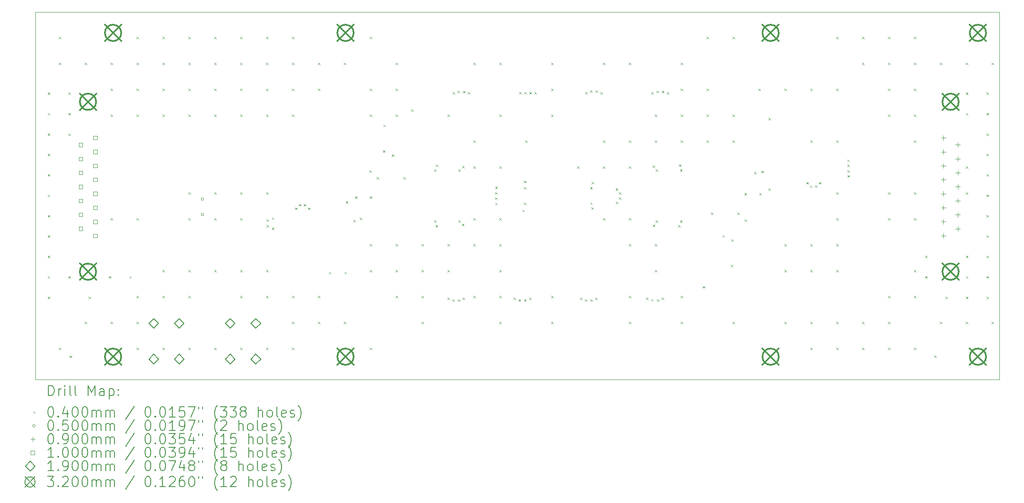
<source format=gbr>
%TF.GenerationSoftware,KiCad,Pcbnew,7.0.7*%
%TF.CreationDate,2024-12-16T13:22:11+01:00*%
%TF.ProjectId,dmem_2V0,646d656d-5f32-4563-902e-6b696361645f,rev?*%
%TF.SameCoordinates,Original*%
%TF.FileFunction,Drillmap*%
%TF.FilePolarity,Positive*%
%FSLAX45Y45*%
G04 Gerber Fmt 4.5, Leading zero omitted, Abs format (unit mm)*
G04 Created by KiCad (PCBNEW 7.0.7) date 2024-12-16 13:22:11*
%MOMM*%
%LPD*%
G01*
G04 APERTURE LIST*
%ADD10C,0.100000*%
%ADD11C,0.200000*%
%ADD12C,0.040000*%
%ADD13C,0.050000*%
%ADD14C,0.090000*%
%ADD15C,0.190000*%
%ADD16C,0.320000*%
G04 APERTURE END LIST*
D10*
X5050120Y-6278300D02*
X23950120Y-6278300D01*
X23950120Y-13478300D01*
X5050120Y-13478300D01*
X5050120Y-6278300D01*
D11*
D12*
X5294540Y-7853300D02*
X5334540Y-7893300D01*
X5334540Y-7853300D02*
X5294540Y-7893300D01*
X5294540Y-8253300D02*
X5334540Y-8293300D01*
X5334540Y-8253300D02*
X5294540Y-8293300D01*
X5294540Y-8653300D02*
X5334540Y-8693300D01*
X5334540Y-8653300D02*
X5294540Y-8693300D01*
X5294540Y-9053300D02*
X5334540Y-9093300D01*
X5334540Y-9053300D02*
X5294540Y-9093300D01*
X5294540Y-9453300D02*
X5334540Y-9493300D01*
X5334540Y-9453300D02*
X5294540Y-9493300D01*
X5294540Y-9853300D02*
X5334540Y-9893300D01*
X5334540Y-9853300D02*
X5294540Y-9893300D01*
X5294540Y-10253300D02*
X5334540Y-10293300D01*
X5334540Y-10253300D02*
X5294540Y-10293300D01*
X5294540Y-10653300D02*
X5334540Y-10693300D01*
X5334540Y-10653300D02*
X5294540Y-10693300D01*
X5294540Y-11053300D02*
X5334540Y-11093300D01*
X5334540Y-11053300D02*
X5294540Y-11093300D01*
X5294540Y-11453300D02*
X5334540Y-11493300D01*
X5334540Y-11453300D02*
X5294540Y-11493300D01*
X5294540Y-11853300D02*
X5334540Y-11893300D01*
X5334540Y-11853300D02*
X5294540Y-11893300D01*
X5510540Y-6761300D02*
X5550540Y-6801300D01*
X5550540Y-6761300D02*
X5510540Y-6801300D01*
X5510540Y-7269300D02*
X5550540Y-7309300D01*
X5550540Y-7269300D02*
X5510540Y-7309300D01*
X5510540Y-12857300D02*
X5550540Y-12897300D01*
X5550540Y-12857300D02*
X5510540Y-12897300D01*
X5694540Y-7853300D02*
X5734540Y-7893300D01*
X5734540Y-7853300D02*
X5694540Y-7893300D01*
X5694540Y-8253300D02*
X5734540Y-8293300D01*
X5734540Y-8253300D02*
X5694540Y-8293300D01*
X5694540Y-8653300D02*
X5734540Y-8693300D01*
X5734540Y-8653300D02*
X5694540Y-8693300D01*
X5694540Y-11453300D02*
X5734540Y-11493300D01*
X5734540Y-11453300D02*
X5694540Y-11493300D01*
X5720400Y-13012740D02*
X5760400Y-13052740D01*
X5760400Y-13012740D02*
X5720400Y-13052740D01*
X6018540Y-7269300D02*
X6058540Y-7309300D01*
X6058540Y-7269300D02*
X6018540Y-7309300D01*
X6018540Y-12349300D02*
X6058540Y-12389300D01*
X6058540Y-12349300D02*
X6018540Y-12389300D01*
X6094540Y-11853300D02*
X6134540Y-11893300D01*
X6134540Y-11853300D02*
X6094540Y-11893300D01*
X6494540Y-11453300D02*
X6534540Y-11493300D01*
X6534540Y-11453300D02*
X6494540Y-11493300D01*
X6526540Y-7269300D02*
X6566540Y-7309300D01*
X6566540Y-7269300D02*
X6526540Y-7309300D01*
X6526540Y-7777300D02*
X6566540Y-7817300D01*
X6566540Y-7777300D02*
X6526540Y-7817300D01*
X6526540Y-8285300D02*
X6566540Y-8325300D01*
X6566540Y-8285300D02*
X6526540Y-8325300D01*
X6526540Y-10317300D02*
X6566540Y-10357300D01*
X6566540Y-10317300D02*
X6526540Y-10357300D01*
X6526540Y-12349300D02*
X6566540Y-12389300D01*
X6566540Y-12349300D02*
X6526540Y-12389300D01*
X6894540Y-11453300D02*
X6934540Y-11493300D01*
X6934540Y-11453300D02*
X6894540Y-11493300D01*
X7034540Y-6761300D02*
X7074540Y-6801300D01*
X7074540Y-6761300D02*
X7034540Y-6801300D01*
X7034540Y-7269300D02*
X7074540Y-7309300D01*
X7074540Y-7269300D02*
X7034540Y-7309300D01*
X7034540Y-7777300D02*
X7074540Y-7817300D01*
X7074540Y-7777300D02*
X7034540Y-7817300D01*
X7034540Y-8285300D02*
X7074540Y-8325300D01*
X7074540Y-8285300D02*
X7034540Y-8325300D01*
X7034540Y-10317300D02*
X7074540Y-10357300D01*
X7074540Y-10317300D02*
X7034540Y-10357300D01*
X7034540Y-11841300D02*
X7074540Y-11881300D01*
X7074540Y-11841300D02*
X7034540Y-11881300D01*
X7034540Y-12349300D02*
X7074540Y-12389300D01*
X7074540Y-12349300D02*
X7034540Y-12389300D01*
X7034540Y-12857300D02*
X7074540Y-12897300D01*
X7074540Y-12857300D02*
X7034540Y-12897300D01*
X7542540Y-6761300D02*
X7582540Y-6801300D01*
X7582540Y-6761300D02*
X7542540Y-6801300D01*
X7542540Y-7269300D02*
X7582540Y-7309300D01*
X7582540Y-7269300D02*
X7542540Y-7309300D01*
X7542540Y-7777300D02*
X7582540Y-7817300D01*
X7582540Y-7777300D02*
X7542540Y-7817300D01*
X7542540Y-8285300D02*
X7582540Y-8325300D01*
X7582540Y-8285300D02*
X7542540Y-8325300D01*
X7542540Y-11333300D02*
X7582540Y-11373300D01*
X7582540Y-11333300D02*
X7542540Y-11373300D01*
X7542540Y-11841300D02*
X7582540Y-11881300D01*
X7582540Y-11841300D02*
X7542540Y-11881300D01*
X7542540Y-12857300D02*
X7582540Y-12897300D01*
X7582540Y-12857300D02*
X7542540Y-12897300D01*
X8050540Y-6761300D02*
X8090540Y-6801300D01*
X8090540Y-6761300D02*
X8050540Y-6801300D01*
X8050540Y-7269300D02*
X8090540Y-7309300D01*
X8090540Y-7269300D02*
X8050540Y-7309300D01*
X8050540Y-7777300D02*
X8090540Y-7817300D01*
X8090540Y-7777300D02*
X8050540Y-7817300D01*
X8050540Y-8285300D02*
X8090540Y-8325300D01*
X8090540Y-8285300D02*
X8050540Y-8325300D01*
X8050540Y-9809300D02*
X8090540Y-9849300D01*
X8090540Y-9809300D02*
X8050540Y-9849300D01*
X8050540Y-10317300D02*
X8090540Y-10357300D01*
X8090540Y-10317300D02*
X8050540Y-10357300D01*
X8050540Y-11333300D02*
X8090540Y-11373300D01*
X8090540Y-11333300D02*
X8050540Y-11373300D01*
X8050540Y-11841300D02*
X8090540Y-11881300D01*
X8090540Y-11841300D02*
X8050540Y-11881300D01*
X8050540Y-12857300D02*
X8090540Y-12897300D01*
X8090540Y-12857300D02*
X8050540Y-12897300D01*
X8558540Y-6761300D02*
X8598540Y-6801300D01*
X8598540Y-6761300D02*
X8558540Y-6801300D01*
X8558540Y-7269300D02*
X8598540Y-7309300D01*
X8598540Y-7269300D02*
X8558540Y-7309300D01*
X8558540Y-7777300D02*
X8598540Y-7817300D01*
X8598540Y-7777300D02*
X8558540Y-7817300D01*
X8558540Y-8285300D02*
X8598540Y-8325300D01*
X8598540Y-8285300D02*
X8558540Y-8325300D01*
X8558540Y-9809300D02*
X8598540Y-9849300D01*
X8598540Y-9809300D02*
X8558540Y-9849300D01*
X8558540Y-10317300D02*
X8598540Y-10357300D01*
X8598540Y-10317300D02*
X8558540Y-10357300D01*
X8558540Y-11333300D02*
X8598540Y-11373300D01*
X8598540Y-11333300D02*
X8558540Y-11373300D01*
X8558540Y-12857300D02*
X8598540Y-12897300D01*
X8598540Y-12857300D02*
X8558540Y-12897300D01*
X9066540Y-6761300D02*
X9106540Y-6801300D01*
X9106540Y-6761300D02*
X9066540Y-6801300D01*
X9066540Y-7269300D02*
X9106540Y-7309300D01*
X9106540Y-7269300D02*
X9066540Y-7309300D01*
X9066540Y-7777300D02*
X9106540Y-7817300D01*
X9106540Y-7777300D02*
X9066540Y-7817300D01*
X9066540Y-8285300D02*
X9106540Y-8325300D01*
X9106540Y-8285300D02*
X9066540Y-8325300D01*
X9066540Y-9809300D02*
X9106540Y-9849300D01*
X9106540Y-9809300D02*
X9066540Y-9849300D01*
X9066540Y-10317300D02*
X9106540Y-10357300D01*
X9106540Y-10317300D02*
X9066540Y-10357300D01*
X9066540Y-11333300D02*
X9106540Y-11373300D01*
X9106540Y-11333300D02*
X9066540Y-11373300D01*
X9066540Y-11841300D02*
X9106540Y-11881300D01*
X9106540Y-11841300D02*
X9066540Y-11881300D01*
X9066540Y-12857300D02*
X9106540Y-12897300D01*
X9106540Y-12857300D02*
X9066540Y-12897300D01*
X9574540Y-6761300D02*
X9614540Y-6801300D01*
X9614540Y-6761300D02*
X9574540Y-6801300D01*
X9574540Y-7269300D02*
X9614540Y-7309300D01*
X9614540Y-7269300D02*
X9574540Y-7309300D01*
X9574540Y-7777300D02*
X9614540Y-7817300D01*
X9614540Y-7777300D02*
X9574540Y-7817300D01*
X9574540Y-8285300D02*
X9614540Y-8325300D01*
X9614540Y-8285300D02*
X9574540Y-8325300D01*
X9574540Y-9809300D02*
X9614540Y-9849300D01*
X9614540Y-9809300D02*
X9574540Y-9849300D01*
X9574540Y-11333300D02*
X9614540Y-11373300D01*
X9614540Y-11333300D02*
X9574540Y-11373300D01*
X9574540Y-11841300D02*
X9614540Y-11881300D01*
X9614540Y-11841300D02*
X9574540Y-11881300D01*
X9574540Y-12857300D02*
X9614540Y-12897300D01*
X9614540Y-12857300D02*
X9574540Y-12897300D01*
X9584131Y-10342676D02*
X9624131Y-10382676D01*
X9624131Y-10342676D02*
X9584131Y-10382676D01*
X9584131Y-10447676D02*
X9624131Y-10487676D01*
X9624131Y-10447676D02*
X9584131Y-10487676D01*
X9687790Y-10302566D02*
X9727790Y-10342566D01*
X9727790Y-10302566D02*
X9687790Y-10342566D01*
X9687790Y-10500782D02*
X9727790Y-10540782D01*
X9727790Y-10500782D02*
X9687790Y-10540782D01*
X10082540Y-6761300D02*
X10122540Y-6801300D01*
X10122540Y-6761300D02*
X10082540Y-6801300D01*
X10082540Y-7269300D02*
X10122540Y-7309300D01*
X10122540Y-7269300D02*
X10082540Y-7309300D01*
X10082540Y-7777300D02*
X10122540Y-7817300D01*
X10122540Y-7777300D02*
X10082540Y-7817300D01*
X10082540Y-8285300D02*
X10122540Y-8325300D01*
X10122540Y-8285300D02*
X10082540Y-8325300D01*
X10082540Y-11841300D02*
X10122540Y-11881300D01*
X10122540Y-11841300D02*
X10082540Y-11881300D01*
X10082540Y-12349300D02*
X10122540Y-12389300D01*
X10122540Y-12349300D02*
X10082540Y-12389300D01*
X10082540Y-12857300D02*
X10122540Y-12897300D01*
X10122540Y-12857300D02*
X10082540Y-12897300D01*
X10141910Y-10106796D02*
X10181910Y-10146796D01*
X10181910Y-10106796D02*
X10141910Y-10146796D01*
X10216814Y-10040619D02*
X10256814Y-10080619D01*
X10256814Y-10040619D02*
X10216814Y-10080619D01*
X10312190Y-10039262D02*
X10352190Y-10079262D01*
X10352190Y-10039262D02*
X10312190Y-10079262D01*
X10391910Y-10106796D02*
X10431910Y-10146796D01*
X10431910Y-10106796D02*
X10391910Y-10146796D01*
X10590540Y-7269300D02*
X10630540Y-7309300D01*
X10630540Y-7269300D02*
X10590540Y-7309300D01*
X10590540Y-7777300D02*
X10630540Y-7817300D01*
X10630540Y-7777300D02*
X10590540Y-7817300D01*
X10590540Y-11841300D02*
X10630540Y-11881300D01*
X10630540Y-11841300D02*
X10590540Y-11881300D01*
X10590540Y-12349300D02*
X10630540Y-12389300D01*
X10630540Y-12349300D02*
X10590540Y-12389300D01*
X10805480Y-11369360D02*
X10845480Y-11409360D01*
X10845480Y-11369360D02*
X10805480Y-11409360D01*
X11098540Y-7269300D02*
X11138540Y-7309300D01*
X11138540Y-7269300D02*
X11098540Y-7309300D01*
X11098540Y-12349300D02*
X11138540Y-12389300D01*
X11138540Y-12349300D02*
X11098540Y-12389300D01*
X11110190Y-11370222D02*
X11150190Y-11410222D01*
X11150190Y-11370222D02*
X11110190Y-11410222D01*
X11135212Y-9981988D02*
X11175212Y-10021988D01*
X11175212Y-9981988D02*
X11135212Y-10021988D01*
X11284510Y-10350850D02*
X11324510Y-10390850D01*
X11324510Y-10350850D02*
X11284510Y-10390850D01*
X11314990Y-9888570D02*
X11354990Y-9928570D01*
X11354990Y-9888570D02*
X11314990Y-9928570D01*
X11411510Y-10305130D02*
X11451510Y-10345130D01*
X11451510Y-10305130D02*
X11411510Y-10345130D01*
X11599470Y-9375490D02*
X11639470Y-9415490D01*
X11639470Y-9375490D02*
X11599470Y-9415490D01*
X11604550Y-9888570D02*
X11644550Y-9928570D01*
X11644550Y-9888570D02*
X11604550Y-9928570D01*
X11606540Y-6761300D02*
X11646540Y-6801300D01*
X11646540Y-6761300D02*
X11606540Y-6801300D01*
X11606540Y-7777300D02*
X11646540Y-7817300D01*
X11646540Y-7777300D02*
X11606540Y-7817300D01*
X11606540Y-8285300D02*
X11646540Y-8325300D01*
X11646540Y-8285300D02*
X11606540Y-8325300D01*
X11606540Y-10825300D02*
X11646540Y-10865300D01*
X11646540Y-10825300D02*
X11606540Y-10865300D01*
X11606540Y-11333300D02*
X11646540Y-11373300D01*
X11646540Y-11333300D02*
X11606540Y-11373300D01*
X11606540Y-12857300D02*
X11646540Y-12897300D01*
X11646540Y-12857300D02*
X11606540Y-12897300D01*
X11741710Y-9511136D02*
X11781710Y-9551136D01*
X11781710Y-9511136D02*
X11741710Y-9551136D01*
X11863630Y-8984330D02*
X11903630Y-9024330D01*
X11903630Y-8984330D02*
X11863630Y-9024330D01*
X11872644Y-8482556D02*
X11912644Y-8522556D01*
X11912644Y-8482556D02*
X11872644Y-8522556D01*
X12036350Y-9065610D02*
X12076350Y-9105610D01*
X12076350Y-9065610D02*
X12036350Y-9105610D01*
X12114540Y-7269300D02*
X12154540Y-7309300D01*
X12154540Y-7269300D02*
X12114540Y-7309300D01*
X12114540Y-7777300D02*
X12154540Y-7817300D01*
X12154540Y-7777300D02*
X12114540Y-7817300D01*
X12114540Y-8285300D02*
X12154540Y-8325300D01*
X12154540Y-8285300D02*
X12114540Y-8325300D01*
X12114540Y-10825300D02*
X12154540Y-10865300D01*
X12154540Y-10825300D02*
X12114540Y-10865300D01*
X12114540Y-11333300D02*
X12154540Y-11373300D01*
X12154540Y-11333300D02*
X12114540Y-11373300D01*
X12114540Y-11841300D02*
X12154540Y-11881300D01*
X12154540Y-11841300D02*
X12114540Y-11881300D01*
X12263350Y-9510182D02*
X12303350Y-9550182D01*
X12303350Y-9510182D02*
X12263350Y-9550182D01*
X12420830Y-8179982D02*
X12460830Y-8219982D01*
X12460830Y-8179982D02*
X12420830Y-8219982D01*
X12622540Y-10825300D02*
X12662540Y-10865300D01*
X12662540Y-10825300D02*
X12622540Y-10865300D01*
X12622540Y-11333300D02*
X12662540Y-11373300D01*
X12662540Y-11333300D02*
X12622540Y-11373300D01*
X12622540Y-11841300D02*
X12662540Y-11881300D01*
X12662540Y-11841300D02*
X12622540Y-11881300D01*
X12622540Y-12349300D02*
X12662540Y-12389300D01*
X12662540Y-12349300D02*
X12622540Y-12389300D01*
X12866910Y-9356796D02*
X12906910Y-9396796D01*
X12906910Y-9356796D02*
X12866910Y-9396796D01*
X12866910Y-10356796D02*
X12906910Y-10396796D01*
X12906910Y-10356796D02*
X12866910Y-10396796D01*
X12897697Y-10451886D02*
X12937697Y-10491886D01*
X12937697Y-10451886D02*
X12897697Y-10491886D01*
X12902664Y-9263459D02*
X12942664Y-9303459D01*
X12942664Y-9263459D02*
X12902664Y-9303459D01*
X13127150Y-11872500D02*
X13167150Y-11912500D01*
X13167150Y-11872500D02*
X13127150Y-11912500D01*
X13130540Y-8285300D02*
X13170540Y-8325300D01*
X13170540Y-8285300D02*
X13130540Y-8325300D01*
X13130540Y-10825300D02*
X13170540Y-10865300D01*
X13170540Y-10825300D02*
X13130540Y-10865300D01*
X13130540Y-11333300D02*
X13170540Y-11373300D01*
X13170540Y-11333300D02*
X13130540Y-11373300D01*
X13221596Y-11905212D02*
X13261596Y-11945212D01*
X13261596Y-11905212D02*
X13221596Y-11945212D01*
X13229120Y-7843140D02*
X13269120Y-7883140D01*
X13269120Y-7843140D02*
X13229120Y-7883140D01*
X13326344Y-7819954D02*
X13366344Y-7859954D01*
X13366344Y-7819954D02*
X13326344Y-7859954D01*
X13333105Y-11905256D02*
X13373105Y-11945256D01*
X13373105Y-11905256D02*
X13333105Y-11945256D01*
X13341910Y-9356796D02*
X13381910Y-9396796D01*
X13381910Y-9356796D02*
X13341910Y-9396796D01*
X13341910Y-10356796D02*
X13381910Y-10396796D01*
X13381910Y-10356796D02*
X13341910Y-10396796D01*
X13413624Y-10426417D02*
X13453624Y-10466417D01*
X13453624Y-10426417D02*
X13413624Y-10466417D01*
X13417093Y-9290936D02*
X13457093Y-9330936D01*
X13457093Y-9290936D02*
X13417093Y-9330936D01*
X13427536Y-11872500D02*
X13467536Y-11912500D01*
X13467536Y-11872500D02*
X13427536Y-11912500D01*
X13431673Y-7820910D02*
X13471673Y-7860910D01*
X13471673Y-7820910D02*
X13431673Y-7860910D01*
X13529120Y-7843140D02*
X13569120Y-7883140D01*
X13569120Y-7843140D02*
X13529120Y-7883140D01*
X13638540Y-7269300D02*
X13678540Y-7309300D01*
X13678540Y-7269300D02*
X13638540Y-7309300D01*
X13638540Y-8793300D02*
X13678540Y-8833300D01*
X13678540Y-8793300D02*
X13638540Y-8833300D01*
X13638540Y-9301300D02*
X13678540Y-9341300D01*
X13678540Y-9301300D02*
X13638540Y-9341300D01*
X13638540Y-10317300D02*
X13678540Y-10357300D01*
X13678540Y-10317300D02*
X13638540Y-10357300D01*
X13638540Y-10825300D02*
X13678540Y-10865300D01*
X13678540Y-10825300D02*
X13638540Y-10865300D01*
X13638540Y-11841300D02*
X13678540Y-11881300D01*
X13678540Y-11841300D02*
X13638540Y-11881300D01*
X14062830Y-9804296D02*
X14102830Y-9844296D01*
X14102830Y-9804296D02*
X14062830Y-9844296D01*
X14062830Y-9909296D02*
X14102830Y-9949296D01*
X14102830Y-9909296D02*
X14062830Y-9949296D01*
X14066310Y-9698902D02*
X14106310Y-9738902D01*
X14106310Y-9698902D02*
X14066310Y-9738902D01*
X14066310Y-10013862D02*
X14106310Y-10053862D01*
X14106310Y-10013862D02*
X14066310Y-10053862D01*
X14146540Y-7269300D02*
X14186540Y-7309300D01*
X14186540Y-7269300D02*
X14146540Y-7309300D01*
X14146540Y-8285300D02*
X14186540Y-8325300D01*
X14186540Y-8285300D02*
X14146540Y-8325300D01*
X14146540Y-9301300D02*
X14186540Y-9341300D01*
X14186540Y-9301300D02*
X14146540Y-9341300D01*
X14146540Y-10317300D02*
X14186540Y-10357300D01*
X14186540Y-10317300D02*
X14146540Y-10357300D01*
X14146540Y-10825300D02*
X14186540Y-10865300D01*
X14186540Y-10825300D02*
X14146540Y-10865300D01*
X14146540Y-11333300D02*
X14186540Y-11373300D01*
X14186540Y-11333300D02*
X14146540Y-11373300D01*
X14146540Y-11841300D02*
X14186540Y-11881300D01*
X14186540Y-11841300D02*
X14146540Y-11881300D01*
X14146540Y-12349300D02*
X14186540Y-12389300D01*
X14186540Y-12349300D02*
X14146540Y-12389300D01*
X14427150Y-11872500D02*
X14467150Y-11912500D01*
X14467150Y-11872500D02*
X14427150Y-11912500D01*
X14521719Y-11904854D02*
X14561719Y-11944854D01*
X14561719Y-11904854D02*
X14521719Y-11944854D01*
X14534120Y-7843140D02*
X14574120Y-7883140D01*
X14574120Y-7843140D02*
X14534120Y-7883140D01*
X14599763Y-10150262D02*
X14639763Y-10190262D01*
X14639763Y-10150262D02*
X14599763Y-10190262D01*
X14627150Y-9708200D02*
X14667150Y-9748200D01*
X14667150Y-9708200D02*
X14627150Y-9748200D01*
X14627150Y-10008200D02*
X14667150Y-10048200D01*
X14667150Y-10008200D02*
X14627150Y-10048200D01*
X14628117Y-9582483D02*
X14668117Y-9622483D01*
X14668117Y-9582483D02*
X14628117Y-9622483D01*
X14632587Y-11904870D02*
X14672587Y-11944870D01*
X14672587Y-11904870D02*
X14632587Y-11944870D01*
X14638757Y-7840050D02*
X14678757Y-7880050D01*
X14678757Y-7840050D02*
X14638757Y-7880050D01*
X14654540Y-8793300D02*
X14694540Y-8833300D01*
X14694540Y-8793300D02*
X14654540Y-8833300D01*
X14727150Y-11872500D02*
X14767150Y-11912500D01*
X14767150Y-11872500D02*
X14727150Y-11912500D01*
X14734219Y-7840014D02*
X14774219Y-7880014D01*
X14774219Y-7840014D02*
X14734219Y-7880014D01*
X14834120Y-7843140D02*
X14874120Y-7883140D01*
X14874120Y-7843140D02*
X14834120Y-7883140D01*
X15162540Y-7269300D02*
X15202540Y-7309300D01*
X15202540Y-7269300D02*
X15162540Y-7309300D01*
X15162540Y-7777300D02*
X15202540Y-7817300D01*
X15202540Y-7777300D02*
X15162540Y-7817300D01*
X15162540Y-8285300D02*
X15202540Y-8325300D01*
X15202540Y-8285300D02*
X15162540Y-8325300D01*
X15162540Y-11841300D02*
X15202540Y-11881300D01*
X15202540Y-11841300D02*
X15162540Y-11881300D01*
X15162540Y-12349300D02*
X15202540Y-12389300D01*
X15202540Y-12349300D02*
X15162540Y-12389300D01*
X15670540Y-9301300D02*
X15710540Y-9341300D01*
X15710540Y-9301300D02*
X15670540Y-9341300D01*
X15727150Y-11872500D02*
X15767150Y-11912500D01*
X15767150Y-11872500D02*
X15727150Y-11912500D01*
X15821588Y-11905233D02*
X15861588Y-11945233D01*
X15861588Y-11905233D02*
X15821588Y-11945233D01*
X15829120Y-7843140D02*
X15869120Y-7883140D01*
X15869120Y-7843140D02*
X15829120Y-7883140D01*
X15923563Y-7810420D02*
X15963563Y-7850420D01*
X15963563Y-7810420D02*
X15923563Y-7850420D01*
X15927672Y-9706859D02*
X15967672Y-9746859D01*
X15967672Y-9706859D02*
X15927672Y-9746859D01*
X15927672Y-10006859D02*
X15967672Y-10046859D01*
X15967672Y-10006859D02*
X15927672Y-10046859D01*
X15932696Y-11905189D02*
X15972696Y-11945189D01*
X15972696Y-11905189D02*
X15932696Y-11945189D01*
X15949109Y-10104483D02*
X15989109Y-10144483D01*
X15989109Y-10104483D02*
X15949109Y-10144483D01*
X15957645Y-9605191D02*
X15997645Y-9645191D01*
X15997645Y-9605191D02*
X15957645Y-9645191D01*
X16027150Y-11872500D02*
X16067150Y-11912500D01*
X16067150Y-11872500D02*
X16027150Y-11912500D01*
X16034560Y-7810759D02*
X16074560Y-7850759D01*
X16074560Y-7810759D02*
X16034560Y-7850759D01*
X16129120Y-7843140D02*
X16169120Y-7883140D01*
X16169120Y-7843140D02*
X16129120Y-7883140D01*
X16178540Y-7269300D02*
X16218540Y-7309300D01*
X16218540Y-7269300D02*
X16178540Y-7309300D01*
X16178540Y-8793300D02*
X16218540Y-8833300D01*
X16218540Y-8793300D02*
X16178540Y-8833300D01*
X16178540Y-9301300D02*
X16218540Y-9341300D01*
X16218540Y-9301300D02*
X16178540Y-9341300D01*
X16178540Y-10317300D02*
X16218540Y-10357300D01*
X16218540Y-10317300D02*
X16178540Y-10357300D01*
X16428560Y-9728520D02*
X16468560Y-9768520D01*
X16468560Y-9728520D02*
X16428560Y-9768520D01*
X16434100Y-9992241D02*
X16474100Y-10032241D01*
X16474100Y-9992241D02*
X16434100Y-10032241D01*
X16491992Y-9805763D02*
X16531992Y-9845763D01*
X16531992Y-9805763D02*
X16491992Y-9845763D01*
X16491992Y-9910763D02*
X16531992Y-9950763D01*
X16531992Y-9910763D02*
X16491992Y-9950763D01*
X16686540Y-7269300D02*
X16726540Y-7309300D01*
X16726540Y-7269300D02*
X16686540Y-7309300D01*
X16686540Y-8793300D02*
X16726540Y-8833300D01*
X16726540Y-8793300D02*
X16686540Y-8833300D01*
X16686540Y-9301300D02*
X16726540Y-9341300D01*
X16726540Y-9301300D02*
X16686540Y-9341300D01*
X16686540Y-10317300D02*
X16726540Y-10357300D01*
X16726540Y-10317300D02*
X16686540Y-10357300D01*
X16686540Y-10825300D02*
X16726540Y-10865300D01*
X16726540Y-10825300D02*
X16686540Y-10865300D01*
X16686540Y-11841300D02*
X16726540Y-11881300D01*
X16726540Y-11841300D02*
X16686540Y-11881300D01*
X16686540Y-12349300D02*
X16726540Y-12389300D01*
X16726540Y-12349300D02*
X16686540Y-12389300D01*
X17027150Y-11872500D02*
X17067150Y-11912500D01*
X17067150Y-11872500D02*
X17027150Y-11912500D01*
X17122490Y-11902504D02*
X17162490Y-11942504D01*
X17162490Y-11902504D02*
X17122490Y-11942504D01*
X17128734Y-7843140D02*
X17168734Y-7883140D01*
X17168734Y-7843140D02*
X17128734Y-7883140D01*
X17150828Y-9279933D02*
X17190828Y-9319933D01*
X17190828Y-9279933D02*
X17150828Y-9319933D01*
X17155536Y-10440105D02*
X17195536Y-10480105D01*
X17195536Y-10440105D02*
X17155536Y-10480105D01*
X17194540Y-8285300D02*
X17234540Y-8325300D01*
X17234540Y-8285300D02*
X17194540Y-8325300D01*
X17194540Y-8793300D02*
X17234540Y-8833300D01*
X17234540Y-8793300D02*
X17194540Y-8833300D01*
X17194540Y-10825300D02*
X17234540Y-10865300D01*
X17234540Y-10825300D02*
X17194540Y-10865300D01*
X17194540Y-11333300D02*
X17234540Y-11373300D01*
X17234540Y-11333300D02*
X17194540Y-11373300D01*
X17212912Y-9358263D02*
X17252912Y-9398263D01*
X17252912Y-9358263D02*
X17212912Y-9398263D01*
X17212912Y-10358263D02*
X17252912Y-10398263D01*
X17252912Y-10358263D02*
X17212912Y-10398263D01*
X17225144Y-7816773D02*
X17265144Y-7856773D01*
X17265144Y-7816773D02*
X17225144Y-7856773D01*
X17233225Y-11908113D02*
X17273225Y-11948113D01*
X17273225Y-11908113D02*
X17233225Y-11948113D01*
X17327150Y-11872500D02*
X17367150Y-11912500D01*
X17367150Y-11872500D02*
X17327150Y-11912500D01*
X17333308Y-7814677D02*
X17373308Y-7854677D01*
X17373308Y-7814677D02*
X17333308Y-7854677D01*
X17429120Y-7843140D02*
X17469120Y-7883140D01*
X17469120Y-7843140D02*
X17429120Y-7883140D01*
X17650338Y-10451500D02*
X17690338Y-10491500D01*
X17690338Y-10451500D02*
X17650338Y-10491500D01*
X17665943Y-9260757D02*
X17705943Y-9300757D01*
X17705943Y-9260757D02*
X17665943Y-9300757D01*
X17687912Y-9358263D02*
X17727912Y-9398263D01*
X17727912Y-9358263D02*
X17687912Y-9398263D01*
X17687912Y-10358263D02*
X17727912Y-10398263D01*
X17727912Y-10358263D02*
X17687912Y-10398263D01*
X17702540Y-7269300D02*
X17742540Y-7309300D01*
X17742540Y-7269300D02*
X17702540Y-7309300D01*
X17702540Y-7777300D02*
X17742540Y-7817300D01*
X17742540Y-7777300D02*
X17702540Y-7817300D01*
X17702540Y-8285300D02*
X17742540Y-8325300D01*
X17742540Y-8285300D02*
X17702540Y-8325300D01*
X17702540Y-8793300D02*
X17742540Y-8833300D01*
X17742540Y-8793300D02*
X17702540Y-8833300D01*
X17702540Y-11841300D02*
X17742540Y-11881300D01*
X17742540Y-11841300D02*
X17702540Y-11881300D01*
X17702540Y-12349300D02*
X17742540Y-12389300D01*
X17742540Y-12349300D02*
X17702540Y-12389300D01*
X18133992Y-11649258D02*
X18173992Y-11689258D01*
X18173992Y-11649258D02*
X18133992Y-11689258D01*
X18210540Y-6761300D02*
X18250540Y-6801300D01*
X18250540Y-6761300D02*
X18210540Y-6801300D01*
X18210540Y-7777300D02*
X18250540Y-7817300D01*
X18250540Y-7777300D02*
X18210540Y-7817300D01*
X18210540Y-8285300D02*
X18250540Y-8325300D01*
X18250540Y-8285300D02*
X18210540Y-8325300D01*
X18210540Y-8793300D02*
X18250540Y-8833300D01*
X18250540Y-8793300D02*
X18210540Y-8833300D01*
X18291472Y-10205378D02*
X18331472Y-10245378D01*
X18331472Y-10205378D02*
X18291472Y-10245378D01*
X18518472Y-10649449D02*
X18558472Y-10689449D01*
X18558472Y-10649449D02*
X18518472Y-10689449D01*
X18682177Y-11232503D02*
X18722177Y-11272503D01*
X18722177Y-11232503D02*
X18682177Y-11272503D01*
X18691192Y-10730729D02*
X18731192Y-10770729D01*
X18731192Y-10730729D02*
X18691192Y-10770729D01*
X18718540Y-6761300D02*
X18758540Y-6801300D01*
X18758540Y-6761300D02*
X18718540Y-6801300D01*
X18718540Y-8285300D02*
X18758540Y-8325300D01*
X18758540Y-8285300D02*
X18718540Y-8325300D01*
X18718540Y-8793300D02*
X18758540Y-8833300D01*
X18758540Y-8793300D02*
X18718540Y-8833300D01*
X18718540Y-12349300D02*
X18758540Y-12389300D01*
X18758540Y-12349300D02*
X18718540Y-12389300D01*
X18813112Y-10203923D02*
X18853112Y-10243923D01*
X18853112Y-10203923D02*
X18813112Y-10243923D01*
X18950272Y-9826489D02*
X18990272Y-9866489D01*
X18990272Y-9826489D02*
X18950272Y-9866489D01*
X18955352Y-10339569D02*
X18995352Y-10379569D01*
X18995352Y-10339569D02*
X18955352Y-10379569D01*
X19143312Y-9409929D02*
X19183312Y-9449929D01*
X19183312Y-9409929D02*
X19143312Y-9449929D01*
X19226540Y-7777300D02*
X19266540Y-7817300D01*
X19266540Y-7777300D02*
X19226540Y-7817300D01*
X19239832Y-9826489D02*
X19279832Y-9866489D01*
X19279832Y-9826489D02*
X19239832Y-9866489D01*
X19287152Y-9387498D02*
X19327152Y-9427498D01*
X19327152Y-9387498D02*
X19287152Y-9427498D01*
X19419232Y-8352338D02*
X19459232Y-8392338D01*
X19459232Y-8352338D02*
X19419232Y-8392338D01*
X19419609Y-9733071D02*
X19459609Y-9773071D01*
X19459609Y-9733071D02*
X19419609Y-9773071D01*
X19734540Y-7777300D02*
X19774540Y-7817300D01*
X19774540Y-7777300D02*
X19734540Y-7817300D01*
X19734540Y-10825300D02*
X19774540Y-10865300D01*
X19774540Y-10825300D02*
X19734540Y-10865300D01*
X19734540Y-11333300D02*
X19774540Y-11373300D01*
X19774540Y-11333300D02*
X19734540Y-11373300D01*
X19734540Y-12349300D02*
X19774540Y-12389300D01*
X19774540Y-12349300D02*
X19734540Y-12389300D01*
X20162912Y-9608263D02*
X20202912Y-9648263D01*
X20202912Y-9608263D02*
X20162912Y-9648263D01*
X20237429Y-9674875D02*
X20277429Y-9714875D01*
X20277429Y-9674875D02*
X20237429Y-9714875D01*
X20242540Y-7777300D02*
X20282540Y-7817300D01*
X20282540Y-7777300D02*
X20242540Y-7817300D01*
X20242540Y-8793300D02*
X20282540Y-8833300D01*
X20282540Y-8793300D02*
X20242540Y-8833300D01*
X20242540Y-10825300D02*
X20282540Y-10865300D01*
X20282540Y-10825300D02*
X20242540Y-10865300D01*
X20242540Y-11333300D02*
X20282540Y-11373300D01*
X20282540Y-11333300D02*
X20242540Y-11373300D01*
X20242540Y-12349300D02*
X20282540Y-12389300D01*
X20282540Y-12349300D02*
X20242540Y-12389300D01*
X20242540Y-12857300D02*
X20282540Y-12897300D01*
X20282540Y-12857300D02*
X20242540Y-12897300D01*
X20336143Y-9672268D02*
X20376143Y-9712268D01*
X20376143Y-9672268D02*
X20336143Y-9712268D01*
X20412912Y-9608263D02*
X20452912Y-9648263D01*
X20452912Y-9608263D02*
X20412912Y-9648263D01*
X20750540Y-6761300D02*
X20790540Y-6801300D01*
X20790540Y-6761300D02*
X20750540Y-6801300D01*
X20750540Y-7777300D02*
X20790540Y-7817300D01*
X20790540Y-7777300D02*
X20750540Y-7817300D01*
X20750540Y-8793300D02*
X20790540Y-8833300D01*
X20790540Y-8793300D02*
X20750540Y-8833300D01*
X20750540Y-9809300D02*
X20790540Y-9849300D01*
X20790540Y-9809300D02*
X20750540Y-9849300D01*
X20750540Y-10317300D02*
X20790540Y-10357300D01*
X20790540Y-10317300D02*
X20750540Y-10357300D01*
X20750540Y-10825300D02*
X20790540Y-10865300D01*
X20790540Y-10825300D02*
X20750540Y-10865300D01*
X20750540Y-11333300D02*
X20790540Y-11373300D01*
X20790540Y-11333300D02*
X20750540Y-11373300D01*
X20750540Y-12349300D02*
X20790540Y-12389300D01*
X20790540Y-12349300D02*
X20750540Y-12389300D01*
X20750540Y-12857300D02*
X20790540Y-12897300D01*
X20790540Y-12857300D02*
X20750540Y-12897300D01*
X20965498Y-9167568D02*
X21005498Y-9207568D01*
X21005498Y-9167568D02*
X20965498Y-9207568D01*
X20967231Y-9472273D02*
X21007231Y-9512273D01*
X21007231Y-9472273D02*
X20967231Y-9512273D01*
X20970691Y-9267383D02*
X21010691Y-9307383D01*
X21010691Y-9267383D02*
X20970691Y-9307383D01*
X20970691Y-9372383D02*
X21010691Y-9412383D01*
X21010691Y-9372383D02*
X20970691Y-9412383D01*
X21258540Y-6761300D02*
X21298540Y-6801300D01*
X21298540Y-6761300D02*
X21258540Y-6801300D01*
X21258540Y-7269300D02*
X21298540Y-7309300D01*
X21298540Y-7269300D02*
X21258540Y-7309300D01*
X21258540Y-12349300D02*
X21298540Y-12389300D01*
X21298540Y-12349300D02*
X21258540Y-12389300D01*
X21258540Y-12857300D02*
X21298540Y-12897300D01*
X21298540Y-12857300D02*
X21258540Y-12897300D01*
X21766540Y-6761300D02*
X21806540Y-6801300D01*
X21806540Y-6761300D02*
X21766540Y-6801300D01*
X21766540Y-7269300D02*
X21806540Y-7309300D01*
X21806540Y-7269300D02*
X21766540Y-7309300D01*
X21766540Y-7777300D02*
X21806540Y-7817300D01*
X21806540Y-7777300D02*
X21766540Y-7817300D01*
X21766540Y-8285300D02*
X21806540Y-8325300D01*
X21806540Y-8285300D02*
X21766540Y-8325300D01*
X21766540Y-9809300D02*
X21806540Y-9849300D01*
X21806540Y-9809300D02*
X21766540Y-9849300D01*
X21766540Y-10317300D02*
X21806540Y-10357300D01*
X21806540Y-10317300D02*
X21766540Y-10357300D01*
X21766540Y-11841300D02*
X21806540Y-11881300D01*
X21806540Y-11841300D02*
X21766540Y-11881300D01*
X21766540Y-12349300D02*
X21806540Y-12389300D01*
X21806540Y-12349300D02*
X21766540Y-12389300D01*
X21766540Y-12857300D02*
X21806540Y-12897300D01*
X21806540Y-12857300D02*
X21766540Y-12897300D01*
X22274540Y-6761300D02*
X22314540Y-6801300D01*
X22314540Y-6761300D02*
X22274540Y-6801300D01*
X22274540Y-7269300D02*
X22314540Y-7309300D01*
X22314540Y-7269300D02*
X22274540Y-7309300D01*
X22274540Y-7777300D02*
X22314540Y-7817300D01*
X22314540Y-7777300D02*
X22274540Y-7817300D01*
X22274540Y-8285300D02*
X22314540Y-8325300D01*
X22314540Y-8285300D02*
X22274540Y-8325300D01*
X22274540Y-8793300D02*
X22314540Y-8833300D01*
X22314540Y-8793300D02*
X22274540Y-8833300D01*
X22274540Y-9809300D02*
X22314540Y-9849300D01*
X22314540Y-9809300D02*
X22274540Y-9849300D01*
X22274540Y-10317300D02*
X22314540Y-10357300D01*
X22314540Y-10317300D02*
X22274540Y-10357300D01*
X22274540Y-11333300D02*
X22314540Y-11373300D01*
X22314540Y-11333300D02*
X22274540Y-11373300D01*
X22274540Y-11841300D02*
X22314540Y-11881300D01*
X22314540Y-11841300D02*
X22274540Y-11881300D01*
X22274540Y-12857300D02*
X22314540Y-12897300D01*
X22314540Y-12857300D02*
X22274540Y-12897300D01*
X22494540Y-11053300D02*
X22534540Y-11093300D01*
X22534540Y-11053300D02*
X22494540Y-11093300D01*
X22494540Y-11453300D02*
X22534540Y-11493300D01*
X22534540Y-11453300D02*
X22494540Y-11493300D01*
X22672360Y-13010200D02*
X22712360Y-13050200D01*
X22712360Y-13010200D02*
X22672360Y-13050200D01*
X22782540Y-7269300D02*
X22822540Y-7309300D01*
X22822540Y-7269300D02*
X22782540Y-7309300D01*
X22782540Y-12349300D02*
X22822540Y-12389300D01*
X22822540Y-12349300D02*
X22782540Y-12389300D01*
X22894540Y-11853300D02*
X22934540Y-11893300D01*
X22934540Y-11853300D02*
X22894540Y-11893300D01*
X23290540Y-7269300D02*
X23330540Y-7309300D01*
X23330540Y-7269300D02*
X23290540Y-7309300D01*
X23290540Y-9301300D02*
X23330540Y-9341300D01*
X23330540Y-9301300D02*
X23290540Y-9341300D01*
X23290540Y-9809300D02*
X23330540Y-9849300D01*
X23330540Y-9809300D02*
X23290540Y-9849300D01*
X23290540Y-12349300D02*
X23330540Y-12389300D01*
X23330540Y-12349300D02*
X23290540Y-12389300D01*
X23294540Y-7853300D02*
X23334540Y-7893300D01*
X23334540Y-7853300D02*
X23294540Y-7893300D01*
X23294540Y-8253300D02*
X23334540Y-8293300D01*
X23334540Y-8253300D02*
X23294540Y-8293300D01*
X23294540Y-11053300D02*
X23334540Y-11093300D01*
X23334540Y-11053300D02*
X23294540Y-11093300D01*
X23294540Y-11453300D02*
X23334540Y-11493300D01*
X23334540Y-11453300D02*
X23294540Y-11493300D01*
X23294540Y-11853300D02*
X23334540Y-11893300D01*
X23334540Y-11853300D02*
X23294540Y-11893300D01*
X23694540Y-7853300D02*
X23734540Y-7893300D01*
X23734540Y-7853300D02*
X23694540Y-7893300D01*
X23694540Y-8253300D02*
X23734540Y-8293300D01*
X23734540Y-8253300D02*
X23694540Y-8293300D01*
X23694540Y-8653300D02*
X23734540Y-8693300D01*
X23734540Y-8653300D02*
X23694540Y-8693300D01*
X23694540Y-9053300D02*
X23734540Y-9093300D01*
X23734540Y-9053300D02*
X23694540Y-9093300D01*
X23694540Y-9453300D02*
X23734540Y-9493300D01*
X23734540Y-9453300D02*
X23694540Y-9493300D01*
X23694540Y-9853300D02*
X23734540Y-9893300D01*
X23734540Y-9853300D02*
X23694540Y-9893300D01*
X23694540Y-10253300D02*
X23734540Y-10293300D01*
X23734540Y-10253300D02*
X23694540Y-10293300D01*
X23694540Y-10653300D02*
X23734540Y-10693300D01*
X23734540Y-10653300D02*
X23694540Y-10693300D01*
X23694540Y-11053300D02*
X23734540Y-11093300D01*
X23734540Y-11053300D02*
X23694540Y-11093300D01*
X23694540Y-11453300D02*
X23734540Y-11493300D01*
X23734540Y-11453300D02*
X23694540Y-11493300D01*
X23694540Y-11853300D02*
X23734540Y-11893300D01*
X23734540Y-11853300D02*
X23694540Y-11893300D01*
X23798540Y-7269300D02*
X23838540Y-7309300D01*
X23838540Y-7269300D02*
X23798540Y-7309300D01*
X23798540Y-12349300D02*
X23838540Y-12389300D01*
X23838540Y-12349300D02*
X23798540Y-12389300D01*
D13*
X8351120Y-9941360D02*
G75*
G03*
X8351120Y-9941360I-25000J0D01*
G01*
X8351120Y-10246360D02*
G75*
G03*
X8351120Y-10246360I-25000J0D01*
G01*
D14*
X22850320Y-8696000D02*
X22850320Y-8786000D01*
X22805320Y-8741000D02*
X22895320Y-8741000D01*
X22850320Y-8970000D02*
X22850320Y-9060000D01*
X22805320Y-9015000D02*
X22895320Y-9015000D01*
X22850320Y-9244000D02*
X22850320Y-9334000D01*
X22805320Y-9289000D02*
X22895320Y-9289000D01*
X22850320Y-9518000D02*
X22850320Y-9608000D01*
X22805320Y-9563000D02*
X22895320Y-9563000D01*
X22850320Y-9792000D02*
X22850320Y-9882000D01*
X22805320Y-9837000D02*
X22895320Y-9837000D01*
X22850320Y-10066000D02*
X22850320Y-10156000D01*
X22805320Y-10111000D02*
X22895320Y-10111000D01*
X22850320Y-10340000D02*
X22850320Y-10430000D01*
X22805320Y-10385000D02*
X22895320Y-10385000D01*
X22850320Y-10614000D02*
X22850320Y-10704000D01*
X22805320Y-10659000D02*
X22895320Y-10659000D01*
X23134320Y-8833000D02*
X23134320Y-8923000D01*
X23089320Y-8878000D02*
X23179320Y-8878000D01*
X23134320Y-9107000D02*
X23134320Y-9197000D01*
X23089320Y-9152000D02*
X23179320Y-9152000D01*
X23134320Y-9381000D02*
X23134320Y-9471000D01*
X23089320Y-9426000D02*
X23179320Y-9426000D01*
X23134320Y-9655000D02*
X23134320Y-9745000D01*
X23089320Y-9700000D02*
X23179320Y-9700000D01*
X23134320Y-9929000D02*
X23134320Y-10019000D01*
X23089320Y-9974000D02*
X23179320Y-9974000D01*
X23134320Y-10203000D02*
X23134320Y-10293000D01*
X23089320Y-10248000D02*
X23179320Y-10248000D01*
X23134320Y-10477000D02*
X23134320Y-10567000D01*
X23089320Y-10522000D02*
X23179320Y-10522000D01*
D10*
X5975396Y-8913356D02*
X5975396Y-8842644D01*
X5904684Y-8842644D01*
X5904684Y-8913356D01*
X5975396Y-8913356D01*
X5975396Y-9187356D02*
X5975396Y-9116644D01*
X5904684Y-9116644D01*
X5904684Y-9187356D01*
X5975396Y-9187356D01*
X5975396Y-9461356D02*
X5975396Y-9390644D01*
X5904684Y-9390644D01*
X5904684Y-9461356D01*
X5975396Y-9461356D01*
X5975396Y-9735356D02*
X5975396Y-9664644D01*
X5904684Y-9664644D01*
X5904684Y-9735356D01*
X5975396Y-9735356D01*
X5975396Y-10009356D02*
X5975396Y-9938644D01*
X5904684Y-9938644D01*
X5904684Y-10009356D01*
X5975396Y-10009356D01*
X5975396Y-10283356D02*
X5975396Y-10212644D01*
X5904684Y-10212644D01*
X5904684Y-10283356D01*
X5975396Y-10283356D01*
X5975396Y-10557356D02*
X5975396Y-10486644D01*
X5904684Y-10486644D01*
X5904684Y-10557356D01*
X5975396Y-10557356D01*
X6259396Y-8776356D02*
X6259396Y-8705644D01*
X6188684Y-8705644D01*
X6188684Y-8776356D01*
X6259396Y-8776356D01*
X6259396Y-9050356D02*
X6259396Y-8979644D01*
X6188684Y-8979644D01*
X6188684Y-9050356D01*
X6259396Y-9050356D01*
X6259396Y-9324356D02*
X6259396Y-9253644D01*
X6188684Y-9253644D01*
X6188684Y-9324356D01*
X6259396Y-9324356D01*
X6259396Y-9598356D02*
X6259396Y-9527644D01*
X6188684Y-9527644D01*
X6188684Y-9598356D01*
X6259396Y-9598356D01*
X6259396Y-9872356D02*
X6259396Y-9801644D01*
X6188684Y-9801644D01*
X6188684Y-9872356D01*
X6259396Y-9872356D01*
X6259396Y-10146356D02*
X6259396Y-10075644D01*
X6188684Y-10075644D01*
X6188684Y-10146356D01*
X6259396Y-10146356D01*
X6259396Y-10420356D02*
X6259396Y-10349644D01*
X6188684Y-10349644D01*
X6188684Y-10420356D01*
X6259396Y-10420356D01*
X6259396Y-10694356D02*
X6259396Y-10623644D01*
X6188684Y-10623644D01*
X6188684Y-10694356D01*
X6259396Y-10694356D01*
D15*
X7372040Y-12473340D02*
X7467040Y-12378340D01*
X7372040Y-12283340D01*
X7277040Y-12378340D01*
X7372040Y-12473340D01*
X7372040Y-13174340D02*
X7467040Y-13079340D01*
X7372040Y-12984340D01*
X7277040Y-13079340D01*
X7372040Y-13174340D01*
X7872040Y-12473340D02*
X7967040Y-12378340D01*
X7872040Y-12283340D01*
X7777040Y-12378340D01*
X7872040Y-12473340D01*
X7872040Y-13174340D02*
X7967040Y-13079340D01*
X7872040Y-12984340D01*
X7777040Y-13079340D01*
X7872040Y-13174340D01*
X8872040Y-12473340D02*
X8967040Y-12378340D01*
X8872040Y-12283340D01*
X8777040Y-12378340D01*
X8872040Y-12473340D01*
X8872040Y-13174340D02*
X8967040Y-13079340D01*
X8872040Y-12984340D01*
X8777040Y-13079340D01*
X8872040Y-13174340D01*
X9372040Y-12473340D02*
X9467040Y-12378340D01*
X9372040Y-12283340D01*
X9277040Y-12378340D01*
X9372040Y-12473340D01*
X9372040Y-13174340D02*
X9467040Y-13079340D01*
X9372040Y-12984340D01*
X9277040Y-13079340D01*
X9372040Y-13174340D01*
D16*
X5922040Y-7874000D02*
X6242040Y-8194000D01*
X6242040Y-7874000D02*
X5922040Y-8194000D01*
X6242040Y-8034000D02*
G75*
G03*
X6242040Y-8034000I-160000J0D01*
G01*
X5922040Y-11206000D02*
X6242040Y-11526000D01*
X6242040Y-11206000D02*
X5922040Y-11526000D01*
X6242040Y-11366000D02*
G75*
G03*
X6242040Y-11366000I-160000J0D01*
G01*
X6413520Y-6522740D02*
X6733520Y-6842740D01*
X6733520Y-6522740D02*
X6413520Y-6842740D01*
X6733520Y-6682740D02*
G75*
G03*
X6733520Y-6682740I-160000J0D01*
G01*
X6413520Y-12872740D02*
X6733520Y-13192740D01*
X6733520Y-12872740D02*
X6413520Y-13192740D01*
X6733520Y-13032740D02*
G75*
G03*
X6733520Y-13032740I-160000J0D01*
G01*
X10970280Y-6522740D02*
X11290280Y-6842740D01*
X11290280Y-6522740D02*
X10970280Y-6842740D01*
X11290280Y-6682740D02*
G75*
G03*
X11290280Y-6682740I-160000J0D01*
G01*
X10970280Y-12872740D02*
X11290280Y-13192740D01*
X11290280Y-12872740D02*
X10970280Y-13192740D01*
X11290280Y-13032740D02*
G75*
G03*
X11290280Y-13032740I-160000J0D01*
G01*
X19304020Y-6522740D02*
X19624020Y-6842740D01*
X19624020Y-6522740D02*
X19304020Y-6842740D01*
X19624020Y-6682740D02*
G75*
G03*
X19624020Y-6682740I-160000J0D01*
G01*
X19304020Y-12872740D02*
X19624020Y-13192740D01*
X19624020Y-12872740D02*
X19304020Y-13192740D01*
X19624020Y-13032740D02*
G75*
G03*
X19624020Y-13032740I-160000J0D01*
G01*
X22832320Y-7874000D02*
X23152320Y-8194000D01*
X23152320Y-7874000D02*
X22832320Y-8194000D01*
X23152320Y-8034000D02*
G75*
G03*
X23152320Y-8034000I-160000J0D01*
G01*
X22832320Y-11206000D02*
X23152320Y-11526000D01*
X23152320Y-11206000D02*
X22832320Y-11526000D01*
X23152320Y-11366000D02*
G75*
G03*
X23152320Y-11366000I-160000J0D01*
G01*
X23368020Y-6522740D02*
X23688020Y-6842740D01*
X23688020Y-6522740D02*
X23368020Y-6842740D01*
X23688020Y-6682740D02*
G75*
G03*
X23688020Y-6682740I-160000J0D01*
G01*
X23368020Y-12872740D02*
X23688020Y-13192740D01*
X23688020Y-12872740D02*
X23368020Y-13192740D01*
X23688020Y-13032740D02*
G75*
G03*
X23688020Y-13032740I-160000J0D01*
G01*
D11*
X5305897Y-13794784D02*
X5305897Y-13594784D01*
X5305897Y-13594784D02*
X5353516Y-13594784D01*
X5353516Y-13594784D02*
X5382087Y-13604308D01*
X5382087Y-13604308D02*
X5401135Y-13623355D01*
X5401135Y-13623355D02*
X5410659Y-13642403D01*
X5410659Y-13642403D02*
X5420183Y-13680498D01*
X5420183Y-13680498D02*
X5420183Y-13709069D01*
X5420183Y-13709069D02*
X5410659Y-13747165D01*
X5410659Y-13747165D02*
X5401135Y-13766212D01*
X5401135Y-13766212D02*
X5382087Y-13785260D01*
X5382087Y-13785260D02*
X5353516Y-13794784D01*
X5353516Y-13794784D02*
X5305897Y-13794784D01*
X5505897Y-13794784D02*
X5505897Y-13661450D01*
X5505897Y-13699546D02*
X5515421Y-13680498D01*
X5515421Y-13680498D02*
X5524945Y-13670974D01*
X5524945Y-13670974D02*
X5543992Y-13661450D01*
X5543992Y-13661450D02*
X5563040Y-13661450D01*
X5629706Y-13794784D02*
X5629706Y-13661450D01*
X5629706Y-13594784D02*
X5620183Y-13604308D01*
X5620183Y-13604308D02*
X5629706Y-13613831D01*
X5629706Y-13613831D02*
X5639230Y-13604308D01*
X5639230Y-13604308D02*
X5629706Y-13594784D01*
X5629706Y-13594784D02*
X5629706Y-13613831D01*
X5753516Y-13794784D02*
X5734468Y-13785260D01*
X5734468Y-13785260D02*
X5724944Y-13766212D01*
X5724944Y-13766212D02*
X5724944Y-13594784D01*
X5858278Y-13794784D02*
X5839230Y-13785260D01*
X5839230Y-13785260D02*
X5829706Y-13766212D01*
X5829706Y-13766212D02*
X5829706Y-13594784D01*
X6086849Y-13794784D02*
X6086849Y-13594784D01*
X6086849Y-13594784D02*
X6153516Y-13737641D01*
X6153516Y-13737641D02*
X6220183Y-13594784D01*
X6220183Y-13594784D02*
X6220183Y-13794784D01*
X6401135Y-13794784D02*
X6401135Y-13690022D01*
X6401135Y-13690022D02*
X6391611Y-13670974D01*
X6391611Y-13670974D02*
X6372564Y-13661450D01*
X6372564Y-13661450D02*
X6334468Y-13661450D01*
X6334468Y-13661450D02*
X6315421Y-13670974D01*
X6401135Y-13785260D02*
X6382087Y-13794784D01*
X6382087Y-13794784D02*
X6334468Y-13794784D01*
X6334468Y-13794784D02*
X6315421Y-13785260D01*
X6315421Y-13785260D02*
X6305897Y-13766212D01*
X6305897Y-13766212D02*
X6305897Y-13747165D01*
X6305897Y-13747165D02*
X6315421Y-13728117D01*
X6315421Y-13728117D02*
X6334468Y-13718593D01*
X6334468Y-13718593D02*
X6382087Y-13718593D01*
X6382087Y-13718593D02*
X6401135Y-13709069D01*
X6496373Y-13661450D02*
X6496373Y-13861450D01*
X6496373Y-13670974D02*
X6515421Y-13661450D01*
X6515421Y-13661450D02*
X6553516Y-13661450D01*
X6553516Y-13661450D02*
X6572564Y-13670974D01*
X6572564Y-13670974D02*
X6582087Y-13680498D01*
X6582087Y-13680498D02*
X6591611Y-13699546D01*
X6591611Y-13699546D02*
X6591611Y-13756688D01*
X6591611Y-13756688D02*
X6582087Y-13775736D01*
X6582087Y-13775736D02*
X6572564Y-13785260D01*
X6572564Y-13785260D02*
X6553516Y-13794784D01*
X6553516Y-13794784D02*
X6515421Y-13794784D01*
X6515421Y-13794784D02*
X6496373Y-13785260D01*
X6677325Y-13775736D02*
X6686849Y-13785260D01*
X6686849Y-13785260D02*
X6677325Y-13794784D01*
X6677325Y-13794784D02*
X6667802Y-13785260D01*
X6667802Y-13785260D02*
X6677325Y-13775736D01*
X6677325Y-13775736D02*
X6677325Y-13794784D01*
X6677325Y-13670974D02*
X6686849Y-13680498D01*
X6686849Y-13680498D02*
X6677325Y-13690022D01*
X6677325Y-13690022D02*
X6667802Y-13680498D01*
X6667802Y-13680498D02*
X6677325Y-13670974D01*
X6677325Y-13670974D02*
X6677325Y-13690022D01*
D12*
X5005120Y-14103300D02*
X5045120Y-14143300D01*
X5045120Y-14103300D02*
X5005120Y-14143300D01*
D11*
X5343992Y-14014784D02*
X5363040Y-14014784D01*
X5363040Y-14014784D02*
X5382087Y-14024308D01*
X5382087Y-14024308D02*
X5391611Y-14033831D01*
X5391611Y-14033831D02*
X5401135Y-14052879D01*
X5401135Y-14052879D02*
X5410659Y-14090974D01*
X5410659Y-14090974D02*
X5410659Y-14138593D01*
X5410659Y-14138593D02*
X5401135Y-14176688D01*
X5401135Y-14176688D02*
X5391611Y-14195736D01*
X5391611Y-14195736D02*
X5382087Y-14205260D01*
X5382087Y-14205260D02*
X5363040Y-14214784D01*
X5363040Y-14214784D02*
X5343992Y-14214784D01*
X5343992Y-14214784D02*
X5324945Y-14205260D01*
X5324945Y-14205260D02*
X5315421Y-14195736D01*
X5315421Y-14195736D02*
X5305897Y-14176688D01*
X5305897Y-14176688D02*
X5296373Y-14138593D01*
X5296373Y-14138593D02*
X5296373Y-14090974D01*
X5296373Y-14090974D02*
X5305897Y-14052879D01*
X5305897Y-14052879D02*
X5315421Y-14033831D01*
X5315421Y-14033831D02*
X5324945Y-14024308D01*
X5324945Y-14024308D02*
X5343992Y-14014784D01*
X5496373Y-14195736D02*
X5505897Y-14205260D01*
X5505897Y-14205260D02*
X5496373Y-14214784D01*
X5496373Y-14214784D02*
X5486849Y-14205260D01*
X5486849Y-14205260D02*
X5496373Y-14195736D01*
X5496373Y-14195736D02*
X5496373Y-14214784D01*
X5677325Y-14081450D02*
X5677325Y-14214784D01*
X5629706Y-14005260D02*
X5582087Y-14148117D01*
X5582087Y-14148117D02*
X5705897Y-14148117D01*
X5820183Y-14014784D02*
X5839230Y-14014784D01*
X5839230Y-14014784D02*
X5858278Y-14024308D01*
X5858278Y-14024308D02*
X5867802Y-14033831D01*
X5867802Y-14033831D02*
X5877325Y-14052879D01*
X5877325Y-14052879D02*
X5886849Y-14090974D01*
X5886849Y-14090974D02*
X5886849Y-14138593D01*
X5886849Y-14138593D02*
X5877325Y-14176688D01*
X5877325Y-14176688D02*
X5867802Y-14195736D01*
X5867802Y-14195736D02*
X5858278Y-14205260D01*
X5858278Y-14205260D02*
X5839230Y-14214784D01*
X5839230Y-14214784D02*
X5820183Y-14214784D01*
X5820183Y-14214784D02*
X5801135Y-14205260D01*
X5801135Y-14205260D02*
X5791611Y-14195736D01*
X5791611Y-14195736D02*
X5782087Y-14176688D01*
X5782087Y-14176688D02*
X5772564Y-14138593D01*
X5772564Y-14138593D02*
X5772564Y-14090974D01*
X5772564Y-14090974D02*
X5782087Y-14052879D01*
X5782087Y-14052879D02*
X5791611Y-14033831D01*
X5791611Y-14033831D02*
X5801135Y-14024308D01*
X5801135Y-14024308D02*
X5820183Y-14014784D01*
X6010659Y-14014784D02*
X6029706Y-14014784D01*
X6029706Y-14014784D02*
X6048754Y-14024308D01*
X6048754Y-14024308D02*
X6058278Y-14033831D01*
X6058278Y-14033831D02*
X6067802Y-14052879D01*
X6067802Y-14052879D02*
X6077325Y-14090974D01*
X6077325Y-14090974D02*
X6077325Y-14138593D01*
X6077325Y-14138593D02*
X6067802Y-14176688D01*
X6067802Y-14176688D02*
X6058278Y-14195736D01*
X6058278Y-14195736D02*
X6048754Y-14205260D01*
X6048754Y-14205260D02*
X6029706Y-14214784D01*
X6029706Y-14214784D02*
X6010659Y-14214784D01*
X6010659Y-14214784D02*
X5991611Y-14205260D01*
X5991611Y-14205260D02*
X5982087Y-14195736D01*
X5982087Y-14195736D02*
X5972564Y-14176688D01*
X5972564Y-14176688D02*
X5963040Y-14138593D01*
X5963040Y-14138593D02*
X5963040Y-14090974D01*
X5963040Y-14090974D02*
X5972564Y-14052879D01*
X5972564Y-14052879D02*
X5982087Y-14033831D01*
X5982087Y-14033831D02*
X5991611Y-14024308D01*
X5991611Y-14024308D02*
X6010659Y-14014784D01*
X6163040Y-14214784D02*
X6163040Y-14081450D01*
X6163040Y-14100498D02*
X6172564Y-14090974D01*
X6172564Y-14090974D02*
X6191611Y-14081450D01*
X6191611Y-14081450D02*
X6220183Y-14081450D01*
X6220183Y-14081450D02*
X6239230Y-14090974D01*
X6239230Y-14090974D02*
X6248754Y-14110022D01*
X6248754Y-14110022D02*
X6248754Y-14214784D01*
X6248754Y-14110022D02*
X6258278Y-14090974D01*
X6258278Y-14090974D02*
X6277325Y-14081450D01*
X6277325Y-14081450D02*
X6305897Y-14081450D01*
X6305897Y-14081450D02*
X6324945Y-14090974D01*
X6324945Y-14090974D02*
X6334468Y-14110022D01*
X6334468Y-14110022D02*
X6334468Y-14214784D01*
X6429706Y-14214784D02*
X6429706Y-14081450D01*
X6429706Y-14100498D02*
X6439230Y-14090974D01*
X6439230Y-14090974D02*
X6458278Y-14081450D01*
X6458278Y-14081450D02*
X6486849Y-14081450D01*
X6486849Y-14081450D02*
X6505897Y-14090974D01*
X6505897Y-14090974D02*
X6515421Y-14110022D01*
X6515421Y-14110022D02*
X6515421Y-14214784D01*
X6515421Y-14110022D02*
X6524945Y-14090974D01*
X6524945Y-14090974D02*
X6543992Y-14081450D01*
X6543992Y-14081450D02*
X6572564Y-14081450D01*
X6572564Y-14081450D02*
X6591611Y-14090974D01*
X6591611Y-14090974D02*
X6601135Y-14110022D01*
X6601135Y-14110022D02*
X6601135Y-14214784D01*
X6991611Y-14005260D02*
X6820183Y-14262403D01*
X7248754Y-14014784D02*
X7267802Y-14014784D01*
X7267802Y-14014784D02*
X7286849Y-14024308D01*
X7286849Y-14024308D02*
X7296373Y-14033831D01*
X7296373Y-14033831D02*
X7305897Y-14052879D01*
X7305897Y-14052879D02*
X7315421Y-14090974D01*
X7315421Y-14090974D02*
X7315421Y-14138593D01*
X7315421Y-14138593D02*
X7305897Y-14176688D01*
X7305897Y-14176688D02*
X7296373Y-14195736D01*
X7296373Y-14195736D02*
X7286849Y-14205260D01*
X7286849Y-14205260D02*
X7267802Y-14214784D01*
X7267802Y-14214784D02*
X7248754Y-14214784D01*
X7248754Y-14214784D02*
X7229707Y-14205260D01*
X7229707Y-14205260D02*
X7220183Y-14195736D01*
X7220183Y-14195736D02*
X7210659Y-14176688D01*
X7210659Y-14176688D02*
X7201135Y-14138593D01*
X7201135Y-14138593D02*
X7201135Y-14090974D01*
X7201135Y-14090974D02*
X7210659Y-14052879D01*
X7210659Y-14052879D02*
X7220183Y-14033831D01*
X7220183Y-14033831D02*
X7229707Y-14024308D01*
X7229707Y-14024308D02*
X7248754Y-14014784D01*
X7401135Y-14195736D02*
X7410659Y-14205260D01*
X7410659Y-14205260D02*
X7401135Y-14214784D01*
X7401135Y-14214784D02*
X7391611Y-14205260D01*
X7391611Y-14205260D02*
X7401135Y-14195736D01*
X7401135Y-14195736D02*
X7401135Y-14214784D01*
X7534468Y-14014784D02*
X7553516Y-14014784D01*
X7553516Y-14014784D02*
X7572564Y-14024308D01*
X7572564Y-14024308D02*
X7582088Y-14033831D01*
X7582088Y-14033831D02*
X7591611Y-14052879D01*
X7591611Y-14052879D02*
X7601135Y-14090974D01*
X7601135Y-14090974D02*
X7601135Y-14138593D01*
X7601135Y-14138593D02*
X7591611Y-14176688D01*
X7591611Y-14176688D02*
X7582088Y-14195736D01*
X7582088Y-14195736D02*
X7572564Y-14205260D01*
X7572564Y-14205260D02*
X7553516Y-14214784D01*
X7553516Y-14214784D02*
X7534468Y-14214784D01*
X7534468Y-14214784D02*
X7515421Y-14205260D01*
X7515421Y-14205260D02*
X7505897Y-14195736D01*
X7505897Y-14195736D02*
X7496373Y-14176688D01*
X7496373Y-14176688D02*
X7486849Y-14138593D01*
X7486849Y-14138593D02*
X7486849Y-14090974D01*
X7486849Y-14090974D02*
X7496373Y-14052879D01*
X7496373Y-14052879D02*
X7505897Y-14033831D01*
X7505897Y-14033831D02*
X7515421Y-14024308D01*
X7515421Y-14024308D02*
X7534468Y-14014784D01*
X7791611Y-14214784D02*
X7677326Y-14214784D01*
X7734468Y-14214784D02*
X7734468Y-14014784D01*
X7734468Y-14014784D02*
X7715421Y-14043355D01*
X7715421Y-14043355D02*
X7696373Y-14062403D01*
X7696373Y-14062403D02*
X7677326Y-14071927D01*
X7972564Y-14014784D02*
X7877326Y-14014784D01*
X7877326Y-14014784D02*
X7867802Y-14110022D01*
X7867802Y-14110022D02*
X7877326Y-14100498D01*
X7877326Y-14100498D02*
X7896373Y-14090974D01*
X7896373Y-14090974D02*
X7943992Y-14090974D01*
X7943992Y-14090974D02*
X7963040Y-14100498D01*
X7963040Y-14100498D02*
X7972564Y-14110022D01*
X7972564Y-14110022D02*
X7982088Y-14129069D01*
X7982088Y-14129069D02*
X7982088Y-14176688D01*
X7982088Y-14176688D02*
X7972564Y-14195736D01*
X7972564Y-14195736D02*
X7963040Y-14205260D01*
X7963040Y-14205260D02*
X7943992Y-14214784D01*
X7943992Y-14214784D02*
X7896373Y-14214784D01*
X7896373Y-14214784D02*
X7877326Y-14205260D01*
X7877326Y-14205260D02*
X7867802Y-14195736D01*
X8048754Y-14014784D02*
X8182088Y-14014784D01*
X8182088Y-14014784D02*
X8096373Y-14214784D01*
X8248754Y-14014784D02*
X8248754Y-14052879D01*
X8324945Y-14014784D02*
X8324945Y-14052879D01*
X8620183Y-14290974D02*
X8610659Y-14281450D01*
X8610659Y-14281450D02*
X8591612Y-14252879D01*
X8591612Y-14252879D02*
X8582088Y-14233831D01*
X8582088Y-14233831D02*
X8572564Y-14205260D01*
X8572564Y-14205260D02*
X8563040Y-14157641D01*
X8563040Y-14157641D02*
X8563040Y-14119546D01*
X8563040Y-14119546D02*
X8572564Y-14071927D01*
X8572564Y-14071927D02*
X8582088Y-14043355D01*
X8582088Y-14043355D02*
X8591612Y-14024308D01*
X8591612Y-14024308D02*
X8610659Y-13995736D01*
X8610659Y-13995736D02*
X8620183Y-13986212D01*
X8677326Y-14014784D02*
X8801135Y-14014784D01*
X8801135Y-14014784D02*
X8734469Y-14090974D01*
X8734469Y-14090974D02*
X8763040Y-14090974D01*
X8763040Y-14090974D02*
X8782088Y-14100498D01*
X8782088Y-14100498D02*
X8791612Y-14110022D01*
X8791612Y-14110022D02*
X8801135Y-14129069D01*
X8801135Y-14129069D02*
X8801135Y-14176688D01*
X8801135Y-14176688D02*
X8791612Y-14195736D01*
X8791612Y-14195736D02*
X8782088Y-14205260D01*
X8782088Y-14205260D02*
X8763040Y-14214784D01*
X8763040Y-14214784D02*
X8705897Y-14214784D01*
X8705897Y-14214784D02*
X8686850Y-14205260D01*
X8686850Y-14205260D02*
X8677326Y-14195736D01*
X8867802Y-14014784D02*
X8991612Y-14014784D01*
X8991612Y-14014784D02*
X8924945Y-14090974D01*
X8924945Y-14090974D02*
X8953516Y-14090974D01*
X8953516Y-14090974D02*
X8972564Y-14100498D01*
X8972564Y-14100498D02*
X8982088Y-14110022D01*
X8982088Y-14110022D02*
X8991612Y-14129069D01*
X8991612Y-14129069D02*
X8991612Y-14176688D01*
X8991612Y-14176688D02*
X8982088Y-14195736D01*
X8982088Y-14195736D02*
X8972564Y-14205260D01*
X8972564Y-14205260D02*
X8953516Y-14214784D01*
X8953516Y-14214784D02*
X8896373Y-14214784D01*
X8896373Y-14214784D02*
X8877326Y-14205260D01*
X8877326Y-14205260D02*
X8867802Y-14195736D01*
X9105897Y-14100498D02*
X9086850Y-14090974D01*
X9086850Y-14090974D02*
X9077326Y-14081450D01*
X9077326Y-14081450D02*
X9067802Y-14062403D01*
X9067802Y-14062403D02*
X9067802Y-14052879D01*
X9067802Y-14052879D02*
X9077326Y-14033831D01*
X9077326Y-14033831D02*
X9086850Y-14024308D01*
X9086850Y-14024308D02*
X9105897Y-14014784D01*
X9105897Y-14014784D02*
X9143993Y-14014784D01*
X9143993Y-14014784D02*
X9163040Y-14024308D01*
X9163040Y-14024308D02*
X9172564Y-14033831D01*
X9172564Y-14033831D02*
X9182088Y-14052879D01*
X9182088Y-14052879D02*
X9182088Y-14062403D01*
X9182088Y-14062403D02*
X9172564Y-14081450D01*
X9172564Y-14081450D02*
X9163040Y-14090974D01*
X9163040Y-14090974D02*
X9143993Y-14100498D01*
X9143993Y-14100498D02*
X9105897Y-14100498D01*
X9105897Y-14100498D02*
X9086850Y-14110022D01*
X9086850Y-14110022D02*
X9077326Y-14119546D01*
X9077326Y-14119546D02*
X9067802Y-14138593D01*
X9067802Y-14138593D02*
X9067802Y-14176688D01*
X9067802Y-14176688D02*
X9077326Y-14195736D01*
X9077326Y-14195736D02*
X9086850Y-14205260D01*
X9086850Y-14205260D02*
X9105897Y-14214784D01*
X9105897Y-14214784D02*
X9143993Y-14214784D01*
X9143993Y-14214784D02*
X9163040Y-14205260D01*
X9163040Y-14205260D02*
X9172564Y-14195736D01*
X9172564Y-14195736D02*
X9182088Y-14176688D01*
X9182088Y-14176688D02*
X9182088Y-14138593D01*
X9182088Y-14138593D02*
X9172564Y-14119546D01*
X9172564Y-14119546D02*
X9163040Y-14110022D01*
X9163040Y-14110022D02*
X9143993Y-14100498D01*
X9420183Y-14214784D02*
X9420183Y-14014784D01*
X9505897Y-14214784D02*
X9505897Y-14110022D01*
X9505897Y-14110022D02*
X9496374Y-14090974D01*
X9496374Y-14090974D02*
X9477326Y-14081450D01*
X9477326Y-14081450D02*
X9448754Y-14081450D01*
X9448754Y-14081450D02*
X9429707Y-14090974D01*
X9429707Y-14090974D02*
X9420183Y-14100498D01*
X9629707Y-14214784D02*
X9610659Y-14205260D01*
X9610659Y-14205260D02*
X9601135Y-14195736D01*
X9601135Y-14195736D02*
X9591612Y-14176688D01*
X9591612Y-14176688D02*
X9591612Y-14119546D01*
X9591612Y-14119546D02*
X9601135Y-14100498D01*
X9601135Y-14100498D02*
X9610659Y-14090974D01*
X9610659Y-14090974D02*
X9629707Y-14081450D01*
X9629707Y-14081450D02*
X9658278Y-14081450D01*
X9658278Y-14081450D02*
X9677326Y-14090974D01*
X9677326Y-14090974D02*
X9686850Y-14100498D01*
X9686850Y-14100498D02*
X9696374Y-14119546D01*
X9696374Y-14119546D02*
X9696374Y-14176688D01*
X9696374Y-14176688D02*
X9686850Y-14195736D01*
X9686850Y-14195736D02*
X9677326Y-14205260D01*
X9677326Y-14205260D02*
X9658278Y-14214784D01*
X9658278Y-14214784D02*
X9629707Y-14214784D01*
X9810659Y-14214784D02*
X9791612Y-14205260D01*
X9791612Y-14205260D02*
X9782088Y-14186212D01*
X9782088Y-14186212D02*
X9782088Y-14014784D01*
X9963040Y-14205260D02*
X9943993Y-14214784D01*
X9943993Y-14214784D02*
X9905897Y-14214784D01*
X9905897Y-14214784D02*
X9886850Y-14205260D01*
X9886850Y-14205260D02*
X9877326Y-14186212D01*
X9877326Y-14186212D02*
X9877326Y-14110022D01*
X9877326Y-14110022D02*
X9886850Y-14090974D01*
X9886850Y-14090974D02*
X9905897Y-14081450D01*
X9905897Y-14081450D02*
X9943993Y-14081450D01*
X9943993Y-14081450D02*
X9963040Y-14090974D01*
X9963040Y-14090974D02*
X9972564Y-14110022D01*
X9972564Y-14110022D02*
X9972564Y-14129069D01*
X9972564Y-14129069D02*
X9877326Y-14148117D01*
X10048755Y-14205260D02*
X10067802Y-14214784D01*
X10067802Y-14214784D02*
X10105897Y-14214784D01*
X10105897Y-14214784D02*
X10124945Y-14205260D01*
X10124945Y-14205260D02*
X10134469Y-14186212D01*
X10134469Y-14186212D02*
X10134469Y-14176688D01*
X10134469Y-14176688D02*
X10124945Y-14157641D01*
X10124945Y-14157641D02*
X10105897Y-14148117D01*
X10105897Y-14148117D02*
X10077326Y-14148117D01*
X10077326Y-14148117D02*
X10058278Y-14138593D01*
X10058278Y-14138593D02*
X10048755Y-14119546D01*
X10048755Y-14119546D02*
X10048755Y-14110022D01*
X10048755Y-14110022D02*
X10058278Y-14090974D01*
X10058278Y-14090974D02*
X10077326Y-14081450D01*
X10077326Y-14081450D02*
X10105897Y-14081450D01*
X10105897Y-14081450D02*
X10124945Y-14090974D01*
X10201136Y-14290974D02*
X10210659Y-14281450D01*
X10210659Y-14281450D02*
X10229707Y-14252879D01*
X10229707Y-14252879D02*
X10239231Y-14233831D01*
X10239231Y-14233831D02*
X10248755Y-14205260D01*
X10248755Y-14205260D02*
X10258278Y-14157641D01*
X10258278Y-14157641D02*
X10258278Y-14119546D01*
X10258278Y-14119546D02*
X10248755Y-14071927D01*
X10248755Y-14071927D02*
X10239231Y-14043355D01*
X10239231Y-14043355D02*
X10229707Y-14024308D01*
X10229707Y-14024308D02*
X10210659Y-13995736D01*
X10210659Y-13995736D02*
X10201136Y-13986212D01*
D13*
X5045120Y-14387300D02*
G75*
G03*
X5045120Y-14387300I-25000J0D01*
G01*
D11*
X5343992Y-14278784D02*
X5363040Y-14278784D01*
X5363040Y-14278784D02*
X5382087Y-14288308D01*
X5382087Y-14288308D02*
X5391611Y-14297831D01*
X5391611Y-14297831D02*
X5401135Y-14316879D01*
X5401135Y-14316879D02*
X5410659Y-14354974D01*
X5410659Y-14354974D02*
X5410659Y-14402593D01*
X5410659Y-14402593D02*
X5401135Y-14440688D01*
X5401135Y-14440688D02*
X5391611Y-14459736D01*
X5391611Y-14459736D02*
X5382087Y-14469260D01*
X5382087Y-14469260D02*
X5363040Y-14478784D01*
X5363040Y-14478784D02*
X5343992Y-14478784D01*
X5343992Y-14478784D02*
X5324945Y-14469260D01*
X5324945Y-14469260D02*
X5315421Y-14459736D01*
X5315421Y-14459736D02*
X5305897Y-14440688D01*
X5305897Y-14440688D02*
X5296373Y-14402593D01*
X5296373Y-14402593D02*
X5296373Y-14354974D01*
X5296373Y-14354974D02*
X5305897Y-14316879D01*
X5305897Y-14316879D02*
X5315421Y-14297831D01*
X5315421Y-14297831D02*
X5324945Y-14288308D01*
X5324945Y-14288308D02*
X5343992Y-14278784D01*
X5496373Y-14459736D02*
X5505897Y-14469260D01*
X5505897Y-14469260D02*
X5496373Y-14478784D01*
X5496373Y-14478784D02*
X5486849Y-14469260D01*
X5486849Y-14469260D02*
X5496373Y-14459736D01*
X5496373Y-14459736D02*
X5496373Y-14478784D01*
X5686849Y-14278784D02*
X5591611Y-14278784D01*
X5591611Y-14278784D02*
X5582087Y-14374022D01*
X5582087Y-14374022D02*
X5591611Y-14364498D01*
X5591611Y-14364498D02*
X5610659Y-14354974D01*
X5610659Y-14354974D02*
X5658278Y-14354974D01*
X5658278Y-14354974D02*
X5677325Y-14364498D01*
X5677325Y-14364498D02*
X5686849Y-14374022D01*
X5686849Y-14374022D02*
X5696373Y-14393069D01*
X5696373Y-14393069D02*
X5696373Y-14440688D01*
X5696373Y-14440688D02*
X5686849Y-14459736D01*
X5686849Y-14459736D02*
X5677325Y-14469260D01*
X5677325Y-14469260D02*
X5658278Y-14478784D01*
X5658278Y-14478784D02*
X5610659Y-14478784D01*
X5610659Y-14478784D02*
X5591611Y-14469260D01*
X5591611Y-14469260D02*
X5582087Y-14459736D01*
X5820183Y-14278784D02*
X5839230Y-14278784D01*
X5839230Y-14278784D02*
X5858278Y-14288308D01*
X5858278Y-14288308D02*
X5867802Y-14297831D01*
X5867802Y-14297831D02*
X5877325Y-14316879D01*
X5877325Y-14316879D02*
X5886849Y-14354974D01*
X5886849Y-14354974D02*
X5886849Y-14402593D01*
X5886849Y-14402593D02*
X5877325Y-14440688D01*
X5877325Y-14440688D02*
X5867802Y-14459736D01*
X5867802Y-14459736D02*
X5858278Y-14469260D01*
X5858278Y-14469260D02*
X5839230Y-14478784D01*
X5839230Y-14478784D02*
X5820183Y-14478784D01*
X5820183Y-14478784D02*
X5801135Y-14469260D01*
X5801135Y-14469260D02*
X5791611Y-14459736D01*
X5791611Y-14459736D02*
X5782087Y-14440688D01*
X5782087Y-14440688D02*
X5772564Y-14402593D01*
X5772564Y-14402593D02*
X5772564Y-14354974D01*
X5772564Y-14354974D02*
X5782087Y-14316879D01*
X5782087Y-14316879D02*
X5791611Y-14297831D01*
X5791611Y-14297831D02*
X5801135Y-14288308D01*
X5801135Y-14288308D02*
X5820183Y-14278784D01*
X6010659Y-14278784D02*
X6029706Y-14278784D01*
X6029706Y-14278784D02*
X6048754Y-14288308D01*
X6048754Y-14288308D02*
X6058278Y-14297831D01*
X6058278Y-14297831D02*
X6067802Y-14316879D01*
X6067802Y-14316879D02*
X6077325Y-14354974D01*
X6077325Y-14354974D02*
X6077325Y-14402593D01*
X6077325Y-14402593D02*
X6067802Y-14440688D01*
X6067802Y-14440688D02*
X6058278Y-14459736D01*
X6058278Y-14459736D02*
X6048754Y-14469260D01*
X6048754Y-14469260D02*
X6029706Y-14478784D01*
X6029706Y-14478784D02*
X6010659Y-14478784D01*
X6010659Y-14478784D02*
X5991611Y-14469260D01*
X5991611Y-14469260D02*
X5982087Y-14459736D01*
X5982087Y-14459736D02*
X5972564Y-14440688D01*
X5972564Y-14440688D02*
X5963040Y-14402593D01*
X5963040Y-14402593D02*
X5963040Y-14354974D01*
X5963040Y-14354974D02*
X5972564Y-14316879D01*
X5972564Y-14316879D02*
X5982087Y-14297831D01*
X5982087Y-14297831D02*
X5991611Y-14288308D01*
X5991611Y-14288308D02*
X6010659Y-14278784D01*
X6163040Y-14478784D02*
X6163040Y-14345450D01*
X6163040Y-14364498D02*
X6172564Y-14354974D01*
X6172564Y-14354974D02*
X6191611Y-14345450D01*
X6191611Y-14345450D02*
X6220183Y-14345450D01*
X6220183Y-14345450D02*
X6239230Y-14354974D01*
X6239230Y-14354974D02*
X6248754Y-14374022D01*
X6248754Y-14374022D02*
X6248754Y-14478784D01*
X6248754Y-14374022D02*
X6258278Y-14354974D01*
X6258278Y-14354974D02*
X6277325Y-14345450D01*
X6277325Y-14345450D02*
X6305897Y-14345450D01*
X6305897Y-14345450D02*
X6324945Y-14354974D01*
X6324945Y-14354974D02*
X6334468Y-14374022D01*
X6334468Y-14374022D02*
X6334468Y-14478784D01*
X6429706Y-14478784D02*
X6429706Y-14345450D01*
X6429706Y-14364498D02*
X6439230Y-14354974D01*
X6439230Y-14354974D02*
X6458278Y-14345450D01*
X6458278Y-14345450D02*
X6486849Y-14345450D01*
X6486849Y-14345450D02*
X6505897Y-14354974D01*
X6505897Y-14354974D02*
X6515421Y-14374022D01*
X6515421Y-14374022D02*
X6515421Y-14478784D01*
X6515421Y-14374022D02*
X6524945Y-14354974D01*
X6524945Y-14354974D02*
X6543992Y-14345450D01*
X6543992Y-14345450D02*
X6572564Y-14345450D01*
X6572564Y-14345450D02*
X6591611Y-14354974D01*
X6591611Y-14354974D02*
X6601135Y-14374022D01*
X6601135Y-14374022D02*
X6601135Y-14478784D01*
X6991611Y-14269260D02*
X6820183Y-14526403D01*
X7248754Y-14278784D02*
X7267802Y-14278784D01*
X7267802Y-14278784D02*
X7286849Y-14288308D01*
X7286849Y-14288308D02*
X7296373Y-14297831D01*
X7296373Y-14297831D02*
X7305897Y-14316879D01*
X7305897Y-14316879D02*
X7315421Y-14354974D01*
X7315421Y-14354974D02*
X7315421Y-14402593D01*
X7315421Y-14402593D02*
X7305897Y-14440688D01*
X7305897Y-14440688D02*
X7296373Y-14459736D01*
X7296373Y-14459736D02*
X7286849Y-14469260D01*
X7286849Y-14469260D02*
X7267802Y-14478784D01*
X7267802Y-14478784D02*
X7248754Y-14478784D01*
X7248754Y-14478784D02*
X7229707Y-14469260D01*
X7229707Y-14469260D02*
X7220183Y-14459736D01*
X7220183Y-14459736D02*
X7210659Y-14440688D01*
X7210659Y-14440688D02*
X7201135Y-14402593D01*
X7201135Y-14402593D02*
X7201135Y-14354974D01*
X7201135Y-14354974D02*
X7210659Y-14316879D01*
X7210659Y-14316879D02*
X7220183Y-14297831D01*
X7220183Y-14297831D02*
X7229707Y-14288308D01*
X7229707Y-14288308D02*
X7248754Y-14278784D01*
X7401135Y-14459736D02*
X7410659Y-14469260D01*
X7410659Y-14469260D02*
X7401135Y-14478784D01*
X7401135Y-14478784D02*
X7391611Y-14469260D01*
X7391611Y-14469260D02*
X7401135Y-14459736D01*
X7401135Y-14459736D02*
X7401135Y-14478784D01*
X7534468Y-14278784D02*
X7553516Y-14278784D01*
X7553516Y-14278784D02*
X7572564Y-14288308D01*
X7572564Y-14288308D02*
X7582088Y-14297831D01*
X7582088Y-14297831D02*
X7591611Y-14316879D01*
X7591611Y-14316879D02*
X7601135Y-14354974D01*
X7601135Y-14354974D02*
X7601135Y-14402593D01*
X7601135Y-14402593D02*
X7591611Y-14440688D01*
X7591611Y-14440688D02*
X7582088Y-14459736D01*
X7582088Y-14459736D02*
X7572564Y-14469260D01*
X7572564Y-14469260D02*
X7553516Y-14478784D01*
X7553516Y-14478784D02*
X7534468Y-14478784D01*
X7534468Y-14478784D02*
X7515421Y-14469260D01*
X7515421Y-14469260D02*
X7505897Y-14459736D01*
X7505897Y-14459736D02*
X7496373Y-14440688D01*
X7496373Y-14440688D02*
X7486849Y-14402593D01*
X7486849Y-14402593D02*
X7486849Y-14354974D01*
X7486849Y-14354974D02*
X7496373Y-14316879D01*
X7496373Y-14316879D02*
X7505897Y-14297831D01*
X7505897Y-14297831D02*
X7515421Y-14288308D01*
X7515421Y-14288308D02*
X7534468Y-14278784D01*
X7791611Y-14478784D02*
X7677326Y-14478784D01*
X7734468Y-14478784D02*
X7734468Y-14278784D01*
X7734468Y-14278784D02*
X7715421Y-14307355D01*
X7715421Y-14307355D02*
X7696373Y-14326403D01*
X7696373Y-14326403D02*
X7677326Y-14335927D01*
X7886849Y-14478784D02*
X7924945Y-14478784D01*
X7924945Y-14478784D02*
X7943992Y-14469260D01*
X7943992Y-14469260D02*
X7953516Y-14459736D01*
X7953516Y-14459736D02*
X7972564Y-14431165D01*
X7972564Y-14431165D02*
X7982088Y-14393069D01*
X7982088Y-14393069D02*
X7982088Y-14316879D01*
X7982088Y-14316879D02*
X7972564Y-14297831D01*
X7972564Y-14297831D02*
X7963040Y-14288308D01*
X7963040Y-14288308D02*
X7943992Y-14278784D01*
X7943992Y-14278784D02*
X7905897Y-14278784D01*
X7905897Y-14278784D02*
X7886849Y-14288308D01*
X7886849Y-14288308D02*
X7877326Y-14297831D01*
X7877326Y-14297831D02*
X7867802Y-14316879D01*
X7867802Y-14316879D02*
X7867802Y-14364498D01*
X7867802Y-14364498D02*
X7877326Y-14383546D01*
X7877326Y-14383546D02*
X7886849Y-14393069D01*
X7886849Y-14393069D02*
X7905897Y-14402593D01*
X7905897Y-14402593D02*
X7943992Y-14402593D01*
X7943992Y-14402593D02*
X7963040Y-14393069D01*
X7963040Y-14393069D02*
X7972564Y-14383546D01*
X7972564Y-14383546D02*
X7982088Y-14364498D01*
X8048754Y-14278784D02*
X8182088Y-14278784D01*
X8182088Y-14278784D02*
X8096373Y-14478784D01*
X8248754Y-14278784D02*
X8248754Y-14316879D01*
X8324945Y-14278784D02*
X8324945Y-14316879D01*
X8620183Y-14554974D02*
X8610659Y-14545450D01*
X8610659Y-14545450D02*
X8591612Y-14516879D01*
X8591612Y-14516879D02*
X8582088Y-14497831D01*
X8582088Y-14497831D02*
X8572564Y-14469260D01*
X8572564Y-14469260D02*
X8563040Y-14421641D01*
X8563040Y-14421641D02*
X8563040Y-14383546D01*
X8563040Y-14383546D02*
X8572564Y-14335927D01*
X8572564Y-14335927D02*
X8582088Y-14307355D01*
X8582088Y-14307355D02*
X8591612Y-14288308D01*
X8591612Y-14288308D02*
X8610659Y-14259736D01*
X8610659Y-14259736D02*
X8620183Y-14250212D01*
X8686850Y-14297831D02*
X8696373Y-14288308D01*
X8696373Y-14288308D02*
X8715421Y-14278784D01*
X8715421Y-14278784D02*
X8763040Y-14278784D01*
X8763040Y-14278784D02*
X8782088Y-14288308D01*
X8782088Y-14288308D02*
X8791612Y-14297831D01*
X8791612Y-14297831D02*
X8801135Y-14316879D01*
X8801135Y-14316879D02*
X8801135Y-14335927D01*
X8801135Y-14335927D02*
X8791612Y-14364498D01*
X8791612Y-14364498D02*
X8677326Y-14478784D01*
X8677326Y-14478784D02*
X8801135Y-14478784D01*
X9039231Y-14478784D02*
X9039231Y-14278784D01*
X9124945Y-14478784D02*
X9124945Y-14374022D01*
X9124945Y-14374022D02*
X9115421Y-14354974D01*
X9115421Y-14354974D02*
X9096374Y-14345450D01*
X9096374Y-14345450D02*
X9067802Y-14345450D01*
X9067802Y-14345450D02*
X9048754Y-14354974D01*
X9048754Y-14354974D02*
X9039231Y-14364498D01*
X9248754Y-14478784D02*
X9229707Y-14469260D01*
X9229707Y-14469260D02*
X9220183Y-14459736D01*
X9220183Y-14459736D02*
X9210659Y-14440688D01*
X9210659Y-14440688D02*
X9210659Y-14383546D01*
X9210659Y-14383546D02*
X9220183Y-14364498D01*
X9220183Y-14364498D02*
X9229707Y-14354974D01*
X9229707Y-14354974D02*
X9248754Y-14345450D01*
X9248754Y-14345450D02*
X9277326Y-14345450D01*
X9277326Y-14345450D02*
X9296374Y-14354974D01*
X9296374Y-14354974D02*
X9305897Y-14364498D01*
X9305897Y-14364498D02*
X9315421Y-14383546D01*
X9315421Y-14383546D02*
X9315421Y-14440688D01*
X9315421Y-14440688D02*
X9305897Y-14459736D01*
X9305897Y-14459736D02*
X9296374Y-14469260D01*
X9296374Y-14469260D02*
X9277326Y-14478784D01*
X9277326Y-14478784D02*
X9248754Y-14478784D01*
X9429707Y-14478784D02*
X9410659Y-14469260D01*
X9410659Y-14469260D02*
X9401135Y-14450212D01*
X9401135Y-14450212D02*
X9401135Y-14278784D01*
X9582088Y-14469260D02*
X9563040Y-14478784D01*
X9563040Y-14478784D02*
X9524945Y-14478784D01*
X9524945Y-14478784D02*
X9505897Y-14469260D01*
X9505897Y-14469260D02*
X9496374Y-14450212D01*
X9496374Y-14450212D02*
X9496374Y-14374022D01*
X9496374Y-14374022D02*
X9505897Y-14354974D01*
X9505897Y-14354974D02*
X9524945Y-14345450D01*
X9524945Y-14345450D02*
X9563040Y-14345450D01*
X9563040Y-14345450D02*
X9582088Y-14354974D01*
X9582088Y-14354974D02*
X9591612Y-14374022D01*
X9591612Y-14374022D02*
X9591612Y-14393069D01*
X9591612Y-14393069D02*
X9496374Y-14412117D01*
X9667802Y-14469260D02*
X9686850Y-14478784D01*
X9686850Y-14478784D02*
X9724945Y-14478784D01*
X9724945Y-14478784D02*
X9743993Y-14469260D01*
X9743993Y-14469260D02*
X9753516Y-14450212D01*
X9753516Y-14450212D02*
X9753516Y-14440688D01*
X9753516Y-14440688D02*
X9743993Y-14421641D01*
X9743993Y-14421641D02*
X9724945Y-14412117D01*
X9724945Y-14412117D02*
X9696374Y-14412117D01*
X9696374Y-14412117D02*
X9677326Y-14402593D01*
X9677326Y-14402593D02*
X9667802Y-14383546D01*
X9667802Y-14383546D02*
X9667802Y-14374022D01*
X9667802Y-14374022D02*
X9677326Y-14354974D01*
X9677326Y-14354974D02*
X9696374Y-14345450D01*
X9696374Y-14345450D02*
X9724945Y-14345450D01*
X9724945Y-14345450D02*
X9743993Y-14354974D01*
X9820183Y-14554974D02*
X9829707Y-14545450D01*
X9829707Y-14545450D02*
X9848755Y-14516879D01*
X9848755Y-14516879D02*
X9858278Y-14497831D01*
X9858278Y-14497831D02*
X9867802Y-14469260D01*
X9867802Y-14469260D02*
X9877326Y-14421641D01*
X9877326Y-14421641D02*
X9877326Y-14383546D01*
X9877326Y-14383546D02*
X9867802Y-14335927D01*
X9867802Y-14335927D02*
X9858278Y-14307355D01*
X9858278Y-14307355D02*
X9848755Y-14288308D01*
X9848755Y-14288308D02*
X9829707Y-14259736D01*
X9829707Y-14259736D02*
X9820183Y-14250212D01*
D14*
X5000120Y-14606300D02*
X5000120Y-14696300D01*
X4955120Y-14651300D02*
X5045120Y-14651300D01*
D11*
X5343992Y-14542784D02*
X5363040Y-14542784D01*
X5363040Y-14542784D02*
X5382087Y-14552308D01*
X5382087Y-14552308D02*
X5391611Y-14561831D01*
X5391611Y-14561831D02*
X5401135Y-14580879D01*
X5401135Y-14580879D02*
X5410659Y-14618974D01*
X5410659Y-14618974D02*
X5410659Y-14666593D01*
X5410659Y-14666593D02*
X5401135Y-14704688D01*
X5401135Y-14704688D02*
X5391611Y-14723736D01*
X5391611Y-14723736D02*
X5382087Y-14733260D01*
X5382087Y-14733260D02*
X5363040Y-14742784D01*
X5363040Y-14742784D02*
X5343992Y-14742784D01*
X5343992Y-14742784D02*
X5324945Y-14733260D01*
X5324945Y-14733260D02*
X5315421Y-14723736D01*
X5315421Y-14723736D02*
X5305897Y-14704688D01*
X5305897Y-14704688D02*
X5296373Y-14666593D01*
X5296373Y-14666593D02*
X5296373Y-14618974D01*
X5296373Y-14618974D02*
X5305897Y-14580879D01*
X5305897Y-14580879D02*
X5315421Y-14561831D01*
X5315421Y-14561831D02*
X5324945Y-14552308D01*
X5324945Y-14552308D02*
X5343992Y-14542784D01*
X5496373Y-14723736D02*
X5505897Y-14733260D01*
X5505897Y-14733260D02*
X5496373Y-14742784D01*
X5496373Y-14742784D02*
X5486849Y-14733260D01*
X5486849Y-14733260D02*
X5496373Y-14723736D01*
X5496373Y-14723736D02*
X5496373Y-14742784D01*
X5601135Y-14742784D02*
X5639230Y-14742784D01*
X5639230Y-14742784D02*
X5658278Y-14733260D01*
X5658278Y-14733260D02*
X5667802Y-14723736D01*
X5667802Y-14723736D02*
X5686849Y-14695165D01*
X5686849Y-14695165D02*
X5696373Y-14657069D01*
X5696373Y-14657069D02*
X5696373Y-14580879D01*
X5696373Y-14580879D02*
X5686849Y-14561831D01*
X5686849Y-14561831D02*
X5677325Y-14552308D01*
X5677325Y-14552308D02*
X5658278Y-14542784D01*
X5658278Y-14542784D02*
X5620183Y-14542784D01*
X5620183Y-14542784D02*
X5601135Y-14552308D01*
X5601135Y-14552308D02*
X5591611Y-14561831D01*
X5591611Y-14561831D02*
X5582087Y-14580879D01*
X5582087Y-14580879D02*
X5582087Y-14628498D01*
X5582087Y-14628498D02*
X5591611Y-14647546D01*
X5591611Y-14647546D02*
X5601135Y-14657069D01*
X5601135Y-14657069D02*
X5620183Y-14666593D01*
X5620183Y-14666593D02*
X5658278Y-14666593D01*
X5658278Y-14666593D02*
X5677325Y-14657069D01*
X5677325Y-14657069D02*
X5686849Y-14647546D01*
X5686849Y-14647546D02*
X5696373Y-14628498D01*
X5820183Y-14542784D02*
X5839230Y-14542784D01*
X5839230Y-14542784D02*
X5858278Y-14552308D01*
X5858278Y-14552308D02*
X5867802Y-14561831D01*
X5867802Y-14561831D02*
X5877325Y-14580879D01*
X5877325Y-14580879D02*
X5886849Y-14618974D01*
X5886849Y-14618974D02*
X5886849Y-14666593D01*
X5886849Y-14666593D02*
X5877325Y-14704688D01*
X5877325Y-14704688D02*
X5867802Y-14723736D01*
X5867802Y-14723736D02*
X5858278Y-14733260D01*
X5858278Y-14733260D02*
X5839230Y-14742784D01*
X5839230Y-14742784D02*
X5820183Y-14742784D01*
X5820183Y-14742784D02*
X5801135Y-14733260D01*
X5801135Y-14733260D02*
X5791611Y-14723736D01*
X5791611Y-14723736D02*
X5782087Y-14704688D01*
X5782087Y-14704688D02*
X5772564Y-14666593D01*
X5772564Y-14666593D02*
X5772564Y-14618974D01*
X5772564Y-14618974D02*
X5782087Y-14580879D01*
X5782087Y-14580879D02*
X5791611Y-14561831D01*
X5791611Y-14561831D02*
X5801135Y-14552308D01*
X5801135Y-14552308D02*
X5820183Y-14542784D01*
X6010659Y-14542784D02*
X6029706Y-14542784D01*
X6029706Y-14542784D02*
X6048754Y-14552308D01*
X6048754Y-14552308D02*
X6058278Y-14561831D01*
X6058278Y-14561831D02*
X6067802Y-14580879D01*
X6067802Y-14580879D02*
X6077325Y-14618974D01*
X6077325Y-14618974D02*
X6077325Y-14666593D01*
X6077325Y-14666593D02*
X6067802Y-14704688D01*
X6067802Y-14704688D02*
X6058278Y-14723736D01*
X6058278Y-14723736D02*
X6048754Y-14733260D01*
X6048754Y-14733260D02*
X6029706Y-14742784D01*
X6029706Y-14742784D02*
X6010659Y-14742784D01*
X6010659Y-14742784D02*
X5991611Y-14733260D01*
X5991611Y-14733260D02*
X5982087Y-14723736D01*
X5982087Y-14723736D02*
X5972564Y-14704688D01*
X5972564Y-14704688D02*
X5963040Y-14666593D01*
X5963040Y-14666593D02*
X5963040Y-14618974D01*
X5963040Y-14618974D02*
X5972564Y-14580879D01*
X5972564Y-14580879D02*
X5982087Y-14561831D01*
X5982087Y-14561831D02*
X5991611Y-14552308D01*
X5991611Y-14552308D02*
X6010659Y-14542784D01*
X6163040Y-14742784D02*
X6163040Y-14609450D01*
X6163040Y-14628498D02*
X6172564Y-14618974D01*
X6172564Y-14618974D02*
X6191611Y-14609450D01*
X6191611Y-14609450D02*
X6220183Y-14609450D01*
X6220183Y-14609450D02*
X6239230Y-14618974D01*
X6239230Y-14618974D02*
X6248754Y-14638022D01*
X6248754Y-14638022D02*
X6248754Y-14742784D01*
X6248754Y-14638022D02*
X6258278Y-14618974D01*
X6258278Y-14618974D02*
X6277325Y-14609450D01*
X6277325Y-14609450D02*
X6305897Y-14609450D01*
X6305897Y-14609450D02*
X6324945Y-14618974D01*
X6324945Y-14618974D02*
X6334468Y-14638022D01*
X6334468Y-14638022D02*
X6334468Y-14742784D01*
X6429706Y-14742784D02*
X6429706Y-14609450D01*
X6429706Y-14628498D02*
X6439230Y-14618974D01*
X6439230Y-14618974D02*
X6458278Y-14609450D01*
X6458278Y-14609450D02*
X6486849Y-14609450D01*
X6486849Y-14609450D02*
X6505897Y-14618974D01*
X6505897Y-14618974D02*
X6515421Y-14638022D01*
X6515421Y-14638022D02*
X6515421Y-14742784D01*
X6515421Y-14638022D02*
X6524945Y-14618974D01*
X6524945Y-14618974D02*
X6543992Y-14609450D01*
X6543992Y-14609450D02*
X6572564Y-14609450D01*
X6572564Y-14609450D02*
X6591611Y-14618974D01*
X6591611Y-14618974D02*
X6601135Y-14638022D01*
X6601135Y-14638022D02*
X6601135Y-14742784D01*
X6991611Y-14533260D02*
X6820183Y-14790403D01*
X7248754Y-14542784D02*
X7267802Y-14542784D01*
X7267802Y-14542784D02*
X7286849Y-14552308D01*
X7286849Y-14552308D02*
X7296373Y-14561831D01*
X7296373Y-14561831D02*
X7305897Y-14580879D01*
X7305897Y-14580879D02*
X7315421Y-14618974D01*
X7315421Y-14618974D02*
X7315421Y-14666593D01*
X7315421Y-14666593D02*
X7305897Y-14704688D01*
X7305897Y-14704688D02*
X7296373Y-14723736D01*
X7296373Y-14723736D02*
X7286849Y-14733260D01*
X7286849Y-14733260D02*
X7267802Y-14742784D01*
X7267802Y-14742784D02*
X7248754Y-14742784D01*
X7248754Y-14742784D02*
X7229707Y-14733260D01*
X7229707Y-14733260D02*
X7220183Y-14723736D01*
X7220183Y-14723736D02*
X7210659Y-14704688D01*
X7210659Y-14704688D02*
X7201135Y-14666593D01*
X7201135Y-14666593D02*
X7201135Y-14618974D01*
X7201135Y-14618974D02*
X7210659Y-14580879D01*
X7210659Y-14580879D02*
X7220183Y-14561831D01*
X7220183Y-14561831D02*
X7229707Y-14552308D01*
X7229707Y-14552308D02*
X7248754Y-14542784D01*
X7401135Y-14723736D02*
X7410659Y-14733260D01*
X7410659Y-14733260D02*
X7401135Y-14742784D01*
X7401135Y-14742784D02*
X7391611Y-14733260D01*
X7391611Y-14733260D02*
X7401135Y-14723736D01*
X7401135Y-14723736D02*
X7401135Y-14742784D01*
X7534468Y-14542784D02*
X7553516Y-14542784D01*
X7553516Y-14542784D02*
X7572564Y-14552308D01*
X7572564Y-14552308D02*
X7582088Y-14561831D01*
X7582088Y-14561831D02*
X7591611Y-14580879D01*
X7591611Y-14580879D02*
X7601135Y-14618974D01*
X7601135Y-14618974D02*
X7601135Y-14666593D01*
X7601135Y-14666593D02*
X7591611Y-14704688D01*
X7591611Y-14704688D02*
X7582088Y-14723736D01*
X7582088Y-14723736D02*
X7572564Y-14733260D01*
X7572564Y-14733260D02*
X7553516Y-14742784D01*
X7553516Y-14742784D02*
X7534468Y-14742784D01*
X7534468Y-14742784D02*
X7515421Y-14733260D01*
X7515421Y-14733260D02*
X7505897Y-14723736D01*
X7505897Y-14723736D02*
X7496373Y-14704688D01*
X7496373Y-14704688D02*
X7486849Y-14666593D01*
X7486849Y-14666593D02*
X7486849Y-14618974D01*
X7486849Y-14618974D02*
X7496373Y-14580879D01*
X7496373Y-14580879D02*
X7505897Y-14561831D01*
X7505897Y-14561831D02*
X7515421Y-14552308D01*
X7515421Y-14552308D02*
X7534468Y-14542784D01*
X7667802Y-14542784D02*
X7791611Y-14542784D01*
X7791611Y-14542784D02*
X7724945Y-14618974D01*
X7724945Y-14618974D02*
X7753516Y-14618974D01*
X7753516Y-14618974D02*
X7772564Y-14628498D01*
X7772564Y-14628498D02*
X7782088Y-14638022D01*
X7782088Y-14638022D02*
X7791611Y-14657069D01*
X7791611Y-14657069D02*
X7791611Y-14704688D01*
X7791611Y-14704688D02*
X7782088Y-14723736D01*
X7782088Y-14723736D02*
X7772564Y-14733260D01*
X7772564Y-14733260D02*
X7753516Y-14742784D01*
X7753516Y-14742784D02*
X7696373Y-14742784D01*
X7696373Y-14742784D02*
X7677326Y-14733260D01*
X7677326Y-14733260D02*
X7667802Y-14723736D01*
X7972564Y-14542784D02*
X7877326Y-14542784D01*
X7877326Y-14542784D02*
X7867802Y-14638022D01*
X7867802Y-14638022D02*
X7877326Y-14628498D01*
X7877326Y-14628498D02*
X7896373Y-14618974D01*
X7896373Y-14618974D02*
X7943992Y-14618974D01*
X7943992Y-14618974D02*
X7963040Y-14628498D01*
X7963040Y-14628498D02*
X7972564Y-14638022D01*
X7972564Y-14638022D02*
X7982088Y-14657069D01*
X7982088Y-14657069D02*
X7982088Y-14704688D01*
X7982088Y-14704688D02*
X7972564Y-14723736D01*
X7972564Y-14723736D02*
X7963040Y-14733260D01*
X7963040Y-14733260D02*
X7943992Y-14742784D01*
X7943992Y-14742784D02*
X7896373Y-14742784D01*
X7896373Y-14742784D02*
X7877326Y-14733260D01*
X7877326Y-14733260D02*
X7867802Y-14723736D01*
X8153516Y-14609450D02*
X8153516Y-14742784D01*
X8105897Y-14533260D02*
X8058278Y-14676117D01*
X8058278Y-14676117D02*
X8182088Y-14676117D01*
X8248754Y-14542784D02*
X8248754Y-14580879D01*
X8324945Y-14542784D02*
X8324945Y-14580879D01*
X8620183Y-14818974D02*
X8610659Y-14809450D01*
X8610659Y-14809450D02*
X8591612Y-14780879D01*
X8591612Y-14780879D02*
X8582088Y-14761831D01*
X8582088Y-14761831D02*
X8572564Y-14733260D01*
X8572564Y-14733260D02*
X8563040Y-14685641D01*
X8563040Y-14685641D02*
X8563040Y-14647546D01*
X8563040Y-14647546D02*
X8572564Y-14599927D01*
X8572564Y-14599927D02*
X8582088Y-14571355D01*
X8582088Y-14571355D02*
X8591612Y-14552308D01*
X8591612Y-14552308D02*
X8610659Y-14523736D01*
X8610659Y-14523736D02*
X8620183Y-14514212D01*
X8801135Y-14742784D02*
X8686850Y-14742784D01*
X8743992Y-14742784D02*
X8743992Y-14542784D01*
X8743992Y-14542784D02*
X8724945Y-14571355D01*
X8724945Y-14571355D02*
X8705897Y-14590403D01*
X8705897Y-14590403D02*
X8686850Y-14599927D01*
X8982088Y-14542784D02*
X8886850Y-14542784D01*
X8886850Y-14542784D02*
X8877326Y-14638022D01*
X8877326Y-14638022D02*
X8886850Y-14628498D01*
X8886850Y-14628498D02*
X8905897Y-14618974D01*
X8905897Y-14618974D02*
X8953516Y-14618974D01*
X8953516Y-14618974D02*
X8972564Y-14628498D01*
X8972564Y-14628498D02*
X8982088Y-14638022D01*
X8982088Y-14638022D02*
X8991612Y-14657069D01*
X8991612Y-14657069D02*
X8991612Y-14704688D01*
X8991612Y-14704688D02*
X8982088Y-14723736D01*
X8982088Y-14723736D02*
X8972564Y-14733260D01*
X8972564Y-14733260D02*
X8953516Y-14742784D01*
X8953516Y-14742784D02*
X8905897Y-14742784D01*
X8905897Y-14742784D02*
X8886850Y-14733260D01*
X8886850Y-14733260D02*
X8877326Y-14723736D01*
X9229707Y-14742784D02*
X9229707Y-14542784D01*
X9315421Y-14742784D02*
X9315421Y-14638022D01*
X9315421Y-14638022D02*
X9305897Y-14618974D01*
X9305897Y-14618974D02*
X9286850Y-14609450D01*
X9286850Y-14609450D02*
X9258278Y-14609450D01*
X9258278Y-14609450D02*
X9239231Y-14618974D01*
X9239231Y-14618974D02*
X9229707Y-14628498D01*
X9439231Y-14742784D02*
X9420183Y-14733260D01*
X9420183Y-14733260D02*
X9410659Y-14723736D01*
X9410659Y-14723736D02*
X9401135Y-14704688D01*
X9401135Y-14704688D02*
X9401135Y-14647546D01*
X9401135Y-14647546D02*
X9410659Y-14628498D01*
X9410659Y-14628498D02*
X9420183Y-14618974D01*
X9420183Y-14618974D02*
X9439231Y-14609450D01*
X9439231Y-14609450D02*
X9467802Y-14609450D01*
X9467802Y-14609450D02*
X9486850Y-14618974D01*
X9486850Y-14618974D02*
X9496374Y-14628498D01*
X9496374Y-14628498D02*
X9505897Y-14647546D01*
X9505897Y-14647546D02*
X9505897Y-14704688D01*
X9505897Y-14704688D02*
X9496374Y-14723736D01*
X9496374Y-14723736D02*
X9486850Y-14733260D01*
X9486850Y-14733260D02*
X9467802Y-14742784D01*
X9467802Y-14742784D02*
X9439231Y-14742784D01*
X9620183Y-14742784D02*
X9601135Y-14733260D01*
X9601135Y-14733260D02*
X9591612Y-14714212D01*
X9591612Y-14714212D02*
X9591612Y-14542784D01*
X9772564Y-14733260D02*
X9753516Y-14742784D01*
X9753516Y-14742784D02*
X9715421Y-14742784D01*
X9715421Y-14742784D02*
X9696374Y-14733260D01*
X9696374Y-14733260D02*
X9686850Y-14714212D01*
X9686850Y-14714212D02*
X9686850Y-14638022D01*
X9686850Y-14638022D02*
X9696374Y-14618974D01*
X9696374Y-14618974D02*
X9715421Y-14609450D01*
X9715421Y-14609450D02*
X9753516Y-14609450D01*
X9753516Y-14609450D02*
X9772564Y-14618974D01*
X9772564Y-14618974D02*
X9782088Y-14638022D01*
X9782088Y-14638022D02*
X9782088Y-14657069D01*
X9782088Y-14657069D02*
X9686850Y-14676117D01*
X9858278Y-14733260D02*
X9877326Y-14742784D01*
X9877326Y-14742784D02*
X9915421Y-14742784D01*
X9915421Y-14742784D02*
X9934469Y-14733260D01*
X9934469Y-14733260D02*
X9943993Y-14714212D01*
X9943993Y-14714212D02*
X9943993Y-14704688D01*
X9943993Y-14704688D02*
X9934469Y-14685641D01*
X9934469Y-14685641D02*
X9915421Y-14676117D01*
X9915421Y-14676117D02*
X9886850Y-14676117D01*
X9886850Y-14676117D02*
X9867802Y-14666593D01*
X9867802Y-14666593D02*
X9858278Y-14647546D01*
X9858278Y-14647546D02*
X9858278Y-14638022D01*
X9858278Y-14638022D02*
X9867802Y-14618974D01*
X9867802Y-14618974D02*
X9886850Y-14609450D01*
X9886850Y-14609450D02*
X9915421Y-14609450D01*
X9915421Y-14609450D02*
X9934469Y-14618974D01*
X10010659Y-14818974D02*
X10020183Y-14809450D01*
X10020183Y-14809450D02*
X10039231Y-14780879D01*
X10039231Y-14780879D02*
X10048755Y-14761831D01*
X10048755Y-14761831D02*
X10058278Y-14733260D01*
X10058278Y-14733260D02*
X10067802Y-14685641D01*
X10067802Y-14685641D02*
X10067802Y-14647546D01*
X10067802Y-14647546D02*
X10058278Y-14599927D01*
X10058278Y-14599927D02*
X10048755Y-14571355D01*
X10048755Y-14571355D02*
X10039231Y-14552308D01*
X10039231Y-14552308D02*
X10020183Y-14523736D01*
X10020183Y-14523736D02*
X10010659Y-14514212D01*
D10*
X5030476Y-14950656D02*
X5030476Y-14879944D01*
X4959764Y-14879944D01*
X4959764Y-14950656D01*
X5030476Y-14950656D01*
D11*
X5410659Y-15006784D02*
X5296373Y-15006784D01*
X5353516Y-15006784D02*
X5353516Y-14806784D01*
X5353516Y-14806784D02*
X5334468Y-14835355D01*
X5334468Y-14835355D02*
X5315421Y-14854403D01*
X5315421Y-14854403D02*
X5296373Y-14863927D01*
X5496373Y-14987736D02*
X5505897Y-14997260D01*
X5505897Y-14997260D02*
X5496373Y-15006784D01*
X5496373Y-15006784D02*
X5486849Y-14997260D01*
X5486849Y-14997260D02*
X5496373Y-14987736D01*
X5496373Y-14987736D02*
X5496373Y-15006784D01*
X5629706Y-14806784D02*
X5648754Y-14806784D01*
X5648754Y-14806784D02*
X5667802Y-14816308D01*
X5667802Y-14816308D02*
X5677325Y-14825831D01*
X5677325Y-14825831D02*
X5686849Y-14844879D01*
X5686849Y-14844879D02*
X5696373Y-14882974D01*
X5696373Y-14882974D02*
X5696373Y-14930593D01*
X5696373Y-14930593D02*
X5686849Y-14968688D01*
X5686849Y-14968688D02*
X5677325Y-14987736D01*
X5677325Y-14987736D02*
X5667802Y-14997260D01*
X5667802Y-14997260D02*
X5648754Y-15006784D01*
X5648754Y-15006784D02*
X5629706Y-15006784D01*
X5629706Y-15006784D02*
X5610659Y-14997260D01*
X5610659Y-14997260D02*
X5601135Y-14987736D01*
X5601135Y-14987736D02*
X5591611Y-14968688D01*
X5591611Y-14968688D02*
X5582087Y-14930593D01*
X5582087Y-14930593D02*
X5582087Y-14882974D01*
X5582087Y-14882974D02*
X5591611Y-14844879D01*
X5591611Y-14844879D02*
X5601135Y-14825831D01*
X5601135Y-14825831D02*
X5610659Y-14816308D01*
X5610659Y-14816308D02*
X5629706Y-14806784D01*
X5820183Y-14806784D02*
X5839230Y-14806784D01*
X5839230Y-14806784D02*
X5858278Y-14816308D01*
X5858278Y-14816308D02*
X5867802Y-14825831D01*
X5867802Y-14825831D02*
X5877325Y-14844879D01*
X5877325Y-14844879D02*
X5886849Y-14882974D01*
X5886849Y-14882974D02*
X5886849Y-14930593D01*
X5886849Y-14930593D02*
X5877325Y-14968688D01*
X5877325Y-14968688D02*
X5867802Y-14987736D01*
X5867802Y-14987736D02*
X5858278Y-14997260D01*
X5858278Y-14997260D02*
X5839230Y-15006784D01*
X5839230Y-15006784D02*
X5820183Y-15006784D01*
X5820183Y-15006784D02*
X5801135Y-14997260D01*
X5801135Y-14997260D02*
X5791611Y-14987736D01*
X5791611Y-14987736D02*
X5782087Y-14968688D01*
X5782087Y-14968688D02*
X5772564Y-14930593D01*
X5772564Y-14930593D02*
X5772564Y-14882974D01*
X5772564Y-14882974D02*
X5782087Y-14844879D01*
X5782087Y-14844879D02*
X5791611Y-14825831D01*
X5791611Y-14825831D02*
X5801135Y-14816308D01*
X5801135Y-14816308D02*
X5820183Y-14806784D01*
X6010659Y-14806784D02*
X6029706Y-14806784D01*
X6029706Y-14806784D02*
X6048754Y-14816308D01*
X6048754Y-14816308D02*
X6058278Y-14825831D01*
X6058278Y-14825831D02*
X6067802Y-14844879D01*
X6067802Y-14844879D02*
X6077325Y-14882974D01*
X6077325Y-14882974D02*
X6077325Y-14930593D01*
X6077325Y-14930593D02*
X6067802Y-14968688D01*
X6067802Y-14968688D02*
X6058278Y-14987736D01*
X6058278Y-14987736D02*
X6048754Y-14997260D01*
X6048754Y-14997260D02*
X6029706Y-15006784D01*
X6029706Y-15006784D02*
X6010659Y-15006784D01*
X6010659Y-15006784D02*
X5991611Y-14997260D01*
X5991611Y-14997260D02*
X5982087Y-14987736D01*
X5982087Y-14987736D02*
X5972564Y-14968688D01*
X5972564Y-14968688D02*
X5963040Y-14930593D01*
X5963040Y-14930593D02*
X5963040Y-14882974D01*
X5963040Y-14882974D02*
X5972564Y-14844879D01*
X5972564Y-14844879D02*
X5982087Y-14825831D01*
X5982087Y-14825831D02*
X5991611Y-14816308D01*
X5991611Y-14816308D02*
X6010659Y-14806784D01*
X6163040Y-15006784D02*
X6163040Y-14873450D01*
X6163040Y-14892498D02*
X6172564Y-14882974D01*
X6172564Y-14882974D02*
X6191611Y-14873450D01*
X6191611Y-14873450D02*
X6220183Y-14873450D01*
X6220183Y-14873450D02*
X6239230Y-14882974D01*
X6239230Y-14882974D02*
X6248754Y-14902022D01*
X6248754Y-14902022D02*
X6248754Y-15006784D01*
X6248754Y-14902022D02*
X6258278Y-14882974D01*
X6258278Y-14882974D02*
X6277325Y-14873450D01*
X6277325Y-14873450D02*
X6305897Y-14873450D01*
X6305897Y-14873450D02*
X6324945Y-14882974D01*
X6324945Y-14882974D02*
X6334468Y-14902022D01*
X6334468Y-14902022D02*
X6334468Y-15006784D01*
X6429706Y-15006784D02*
X6429706Y-14873450D01*
X6429706Y-14892498D02*
X6439230Y-14882974D01*
X6439230Y-14882974D02*
X6458278Y-14873450D01*
X6458278Y-14873450D02*
X6486849Y-14873450D01*
X6486849Y-14873450D02*
X6505897Y-14882974D01*
X6505897Y-14882974D02*
X6515421Y-14902022D01*
X6515421Y-14902022D02*
X6515421Y-15006784D01*
X6515421Y-14902022D02*
X6524945Y-14882974D01*
X6524945Y-14882974D02*
X6543992Y-14873450D01*
X6543992Y-14873450D02*
X6572564Y-14873450D01*
X6572564Y-14873450D02*
X6591611Y-14882974D01*
X6591611Y-14882974D02*
X6601135Y-14902022D01*
X6601135Y-14902022D02*
X6601135Y-15006784D01*
X6991611Y-14797260D02*
X6820183Y-15054403D01*
X7248754Y-14806784D02*
X7267802Y-14806784D01*
X7267802Y-14806784D02*
X7286849Y-14816308D01*
X7286849Y-14816308D02*
X7296373Y-14825831D01*
X7296373Y-14825831D02*
X7305897Y-14844879D01*
X7305897Y-14844879D02*
X7315421Y-14882974D01*
X7315421Y-14882974D02*
X7315421Y-14930593D01*
X7315421Y-14930593D02*
X7305897Y-14968688D01*
X7305897Y-14968688D02*
X7296373Y-14987736D01*
X7296373Y-14987736D02*
X7286849Y-14997260D01*
X7286849Y-14997260D02*
X7267802Y-15006784D01*
X7267802Y-15006784D02*
X7248754Y-15006784D01*
X7248754Y-15006784D02*
X7229707Y-14997260D01*
X7229707Y-14997260D02*
X7220183Y-14987736D01*
X7220183Y-14987736D02*
X7210659Y-14968688D01*
X7210659Y-14968688D02*
X7201135Y-14930593D01*
X7201135Y-14930593D02*
X7201135Y-14882974D01*
X7201135Y-14882974D02*
X7210659Y-14844879D01*
X7210659Y-14844879D02*
X7220183Y-14825831D01*
X7220183Y-14825831D02*
X7229707Y-14816308D01*
X7229707Y-14816308D02*
X7248754Y-14806784D01*
X7401135Y-14987736D02*
X7410659Y-14997260D01*
X7410659Y-14997260D02*
X7401135Y-15006784D01*
X7401135Y-15006784D02*
X7391611Y-14997260D01*
X7391611Y-14997260D02*
X7401135Y-14987736D01*
X7401135Y-14987736D02*
X7401135Y-15006784D01*
X7534468Y-14806784D02*
X7553516Y-14806784D01*
X7553516Y-14806784D02*
X7572564Y-14816308D01*
X7572564Y-14816308D02*
X7582088Y-14825831D01*
X7582088Y-14825831D02*
X7591611Y-14844879D01*
X7591611Y-14844879D02*
X7601135Y-14882974D01*
X7601135Y-14882974D02*
X7601135Y-14930593D01*
X7601135Y-14930593D02*
X7591611Y-14968688D01*
X7591611Y-14968688D02*
X7582088Y-14987736D01*
X7582088Y-14987736D02*
X7572564Y-14997260D01*
X7572564Y-14997260D02*
X7553516Y-15006784D01*
X7553516Y-15006784D02*
X7534468Y-15006784D01*
X7534468Y-15006784D02*
X7515421Y-14997260D01*
X7515421Y-14997260D02*
X7505897Y-14987736D01*
X7505897Y-14987736D02*
X7496373Y-14968688D01*
X7496373Y-14968688D02*
X7486849Y-14930593D01*
X7486849Y-14930593D02*
X7486849Y-14882974D01*
X7486849Y-14882974D02*
X7496373Y-14844879D01*
X7496373Y-14844879D02*
X7505897Y-14825831D01*
X7505897Y-14825831D02*
X7515421Y-14816308D01*
X7515421Y-14816308D02*
X7534468Y-14806784D01*
X7667802Y-14806784D02*
X7791611Y-14806784D01*
X7791611Y-14806784D02*
X7724945Y-14882974D01*
X7724945Y-14882974D02*
X7753516Y-14882974D01*
X7753516Y-14882974D02*
X7772564Y-14892498D01*
X7772564Y-14892498D02*
X7782088Y-14902022D01*
X7782088Y-14902022D02*
X7791611Y-14921069D01*
X7791611Y-14921069D02*
X7791611Y-14968688D01*
X7791611Y-14968688D02*
X7782088Y-14987736D01*
X7782088Y-14987736D02*
X7772564Y-14997260D01*
X7772564Y-14997260D02*
X7753516Y-15006784D01*
X7753516Y-15006784D02*
X7696373Y-15006784D01*
X7696373Y-15006784D02*
X7677326Y-14997260D01*
X7677326Y-14997260D02*
X7667802Y-14987736D01*
X7886849Y-15006784D02*
X7924945Y-15006784D01*
X7924945Y-15006784D02*
X7943992Y-14997260D01*
X7943992Y-14997260D02*
X7953516Y-14987736D01*
X7953516Y-14987736D02*
X7972564Y-14959165D01*
X7972564Y-14959165D02*
X7982088Y-14921069D01*
X7982088Y-14921069D02*
X7982088Y-14844879D01*
X7982088Y-14844879D02*
X7972564Y-14825831D01*
X7972564Y-14825831D02*
X7963040Y-14816308D01*
X7963040Y-14816308D02*
X7943992Y-14806784D01*
X7943992Y-14806784D02*
X7905897Y-14806784D01*
X7905897Y-14806784D02*
X7886849Y-14816308D01*
X7886849Y-14816308D02*
X7877326Y-14825831D01*
X7877326Y-14825831D02*
X7867802Y-14844879D01*
X7867802Y-14844879D02*
X7867802Y-14892498D01*
X7867802Y-14892498D02*
X7877326Y-14911546D01*
X7877326Y-14911546D02*
X7886849Y-14921069D01*
X7886849Y-14921069D02*
X7905897Y-14930593D01*
X7905897Y-14930593D02*
X7943992Y-14930593D01*
X7943992Y-14930593D02*
X7963040Y-14921069D01*
X7963040Y-14921069D02*
X7972564Y-14911546D01*
X7972564Y-14911546D02*
X7982088Y-14892498D01*
X8153516Y-14873450D02*
X8153516Y-15006784D01*
X8105897Y-14797260D02*
X8058278Y-14940117D01*
X8058278Y-14940117D02*
X8182088Y-14940117D01*
X8248754Y-14806784D02*
X8248754Y-14844879D01*
X8324945Y-14806784D02*
X8324945Y-14844879D01*
X8620183Y-15082974D02*
X8610659Y-15073450D01*
X8610659Y-15073450D02*
X8591612Y-15044879D01*
X8591612Y-15044879D02*
X8582088Y-15025831D01*
X8582088Y-15025831D02*
X8572564Y-14997260D01*
X8572564Y-14997260D02*
X8563040Y-14949641D01*
X8563040Y-14949641D02*
X8563040Y-14911546D01*
X8563040Y-14911546D02*
X8572564Y-14863927D01*
X8572564Y-14863927D02*
X8582088Y-14835355D01*
X8582088Y-14835355D02*
X8591612Y-14816308D01*
X8591612Y-14816308D02*
X8610659Y-14787736D01*
X8610659Y-14787736D02*
X8620183Y-14778212D01*
X8801135Y-15006784D02*
X8686850Y-15006784D01*
X8743992Y-15006784D02*
X8743992Y-14806784D01*
X8743992Y-14806784D02*
X8724945Y-14835355D01*
X8724945Y-14835355D02*
X8705897Y-14854403D01*
X8705897Y-14854403D02*
X8686850Y-14863927D01*
X8982088Y-14806784D02*
X8886850Y-14806784D01*
X8886850Y-14806784D02*
X8877326Y-14902022D01*
X8877326Y-14902022D02*
X8886850Y-14892498D01*
X8886850Y-14892498D02*
X8905897Y-14882974D01*
X8905897Y-14882974D02*
X8953516Y-14882974D01*
X8953516Y-14882974D02*
X8972564Y-14892498D01*
X8972564Y-14892498D02*
X8982088Y-14902022D01*
X8982088Y-14902022D02*
X8991612Y-14921069D01*
X8991612Y-14921069D02*
X8991612Y-14968688D01*
X8991612Y-14968688D02*
X8982088Y-14987736D01*
X8982088Y-14987736D02*
X8972564Y-14997260D01*
X8972564Y-14997260D02*
X8953516Y-15006784D01*
X8953516Y-15006784D02*
X8905897Y-15006784D01*
X8905897Y-15006784D02*
X8886850Y-14997260D01*
X8886850Y-14997260D02*
X8877326Y-14987736D01*
X9229707Y-15006784D02*
X9229707Y-14806784D01*
X9315421Y-15006784D02*
X9315421Y-14902022D01*
X9315421Y-14902022D02*
X9305897Y-14882974D01*
X9305897Y-14882974D02*
X9286850Y-14873450D01*
X9286850Y-14873450D02*
X9258278Y-14873450D01*
X9258278Y-14873450D02*
X9239231Y-14882974D01*
X9239231Y-14882974D02*
X9229707Y-14892498D01*
X9439231Y-15006784D02*
X9420183Y-14997260D01*
X9420183Y-14997260D02*
X9410659Y-14987736D01*
X9410659Y-14987736D02*
X9401135Y-14968688D01*
X9401135Y-14968688D02*
X9401135Y-14911546D01*
X9401135Y-14911546D02*
X9410659Y-14892498D01*
X9410659Y-14892498D02*
X9420183Y-14882974D01*
X9420183Y-14882974D02*
X9439231Y-14873450D01*
X9439231Y-14873450D02*
X9467802Y-14873450D01*
X9467802Y-14873450D02*
X9486850Y-14882974D01*
X9486850Y-14882974D02*
X9496374Y-14892498D01*
X9496374Y-14892498D02*
X9505897Y-14911546D01*
X9505897Y-14911546D02*
X9505897Y-14968688D01*
X9505897Y-14968688D02*
X9496374Y-14987736D01*
X9496374Y-14987736D02*
X9486850Y-14997260D01*
X9486850Y-14997260D02*
X9467802Y-15006784D01*
X9467802Y-15006784D02*
X9439231Y-15006784D01*
X9620183Y-15006784D02*
X9601135Y-14997260D01*
X9601135Y-14997260D02*
X9591612Y-14978212D01*
X9591612Y-14978212D02*
X9591612Y-14806784D01*
X9772564Y-14997260D02*
X9753516Y-15006784D01*
X9753516Y-15006784D02*
X9715421Y-15006784D01*
X9715421Y-15006784D02*
X9696374Y-14997260D01*
X9696374Y-14997260D02*
X9686850Y-14978212D01*
X9686850Y-14978212D02*
X9686850Y-14902022D01*
X9686850Y-14902022D02*
X9696374Y-14882974D01*
X9696374Y-14882974D02*
X9715421Y-14873450D01*
X9715421Y-14873450D02*
X9753516Y-14873450D01*
X9753516Y-14873450D02*
X9772564Y-14882974D01*
X9772564Y-14882974D02*
X9782088Y-14902022D01*
X9782088Y-14902022D02*
X9782088Y-14921069D01*
X9782088Y-14921069D02*
X9686850Y-14940117D01*
X9858278Y-14997260D02*
X9877326Y-15006784D01*
X9877326Y-15006784D02*
X9915421Y-15006784D01*
X9915421Y-15006784D02*
X9934469Y-14997260D01*
X9934469Y-14997260D02*
X9943993Y-14978212D01*
X9943993Y-14978212D02*
X9943993Y-14968688D01*
X9943993Y-14968688D02*
X9934469Y-14949641D01*
X9934469Y-14949641D02*
X9915421Y-14940117D01*
X9915421Y-14940117D02*
X9886850Y-14940117D01*
X9886850Y-14940117D02*
X9867802Y-14930593D01*
X9867802Y-14930593D02*
X9858278Y-14911546D01*
X9858278Y-14911546D02*
X9858278Y-14902022D01*
X9858278Y-14902022D02*
X9867802Y-14882974D01*
X9867802Y-14882974D02*
X9886850Y-14873450D01*
X9886850Y-14873450D02*
X9915421Y-14873450D01*
X9915421Y-14873450D02*
X9934469Y-14882974D01*
X10010659Y-15082974D02*
X10020183Y-15073450D01*
X10020183Y-15073450D02*
X10039231Y-15044879D01*
X10039231Y-15044879D02*
X10048755Y-15025831D01*
X10048755Y-15025831D02*
X10058278Y-14997260D01*
X10058278Y-14997260D02*
X10067802Y-14949641D01*
X10067802Y-14949641D02*
X10067802Y-14911546D01*
X10067802Y-14911546D02*
X10058278Y-14863927D01*
X10058278Y-14863927D02*
X10048755Y-14835355D01*
X10048755Y-14835355D02*
X10039231Y-14816308D01*
X10039231Y-14816308D02*
X10020183Y-14787736D01*
X10020183Y-14787736D02*
X10010659Y-14778212D01*
D15*
X4950120Y-15274300D02*
X5045120Y-15179300D01*
X4950120Y-15084300D01*
X4855120Y-15179300D01*
X4950120Y-15274300D01*
D11*
X5410659Y-15270784D02*
X5296373Y-15270784D01*
X5353516Y-15270784D02*
X5353516Y-15070784D01*
X5353516Y-15070784D02*
X5334468Y-15099355D01*
X5334468Y-15099355D02*
X5315421Y-15118403D01*
X5315421Y-15118403D02*
X5296373Y-15127927D01*
X5496373Y-15251736D02*
X5505897Y-15261260D01*
X5505897Y-15261260D02*
X5496373Y-15270784D01*
X5496373Y-15270784D02*
X5486849Y-15261260D01*
X5486849Y-15261260D02*
X5496373Y-15251736D01*
X5496373Y-15251736D02*
X5496373Y-15270784D01*
X5601135Y-15270784D02*
X5639230Y-15270784D01*
X5639230Y-15270784D02*
X5658278Y-15261260D01*
X5658278Y-15261260D02*
X5667802Y-15251736D01*
X5667802Y-15251736D02*
X5686849Y-15223165D01*
X5686849Y-15223165D02*
X5696373Y-15185069D01*
X5696373Y-15185069D02*
X5696373Y-15108879D01*
X5696373Y-15108879D02*
X5686849Y-15089831D01*
X5686849Y-15089831D02*
X5677325Y-15080308D01*
X5677325Y-15080308D02*
X5658278Y-15070784D01*
X5658278Y-15070784D02*
X5620183Y-15070784D01*
X5620183Y-15070784D02*
X5601135Y-15080308D01*
X5601135Y-15080308D02*
X5591611Y-15089831D01*
X5591611Y-15089831D02*
X5582087Y-15108879D01*
X5582087Y-15108879D02*
X5582087Y-15156498D01*
X5582087Y-15156498D02*
X5591611Y-15175546D01*
X5591611Y-15175546D02*
X5601135Y-15185069D01*
X5601135Y-15185069D02*
X5620183Y-15194593D01*
X5620183Y-15194593D02*
X5658278Y-15194593D01*
X5658278Y-15194593D02*
X5677325Y-15185069D01*
X5677325Y-15185069D02*
X5686849Y-15175546D01*
X5686849Y-15175546D02*
X5696373Y-15156498D01*
X5820183Y-15070784D02*
X5839230Y-15070784D01*
X5839230Y-15070784D02*
X5858278Y-15080308D01*
X5858278Y-15080308D02*
X5867802Y-15089831D01*
X5867802Y-15089831D02*
X5877325Y-15108879D01*
X5877325Y-15108879D02*
X5886849Y-15146974D01*
X5886849Y-15146974D02*
X5886849Y-15194593D01*
X5886849Y-15194593D02*
X5877325Y-15232688D01*
X5877325Y-15232688D02*
X5867802Y-15251736D01*
X5867802Y-15251736D02*
X5858278Y-15261260D01*
X5858278Y-15261260D02*
X5839230Y-15270784D01*
X5839230Y-15270784D02*
X5820183Y-15270784D01*
X5820183Y-15270784D02*
X5801135Y-15261260D01*
X5801135Y-15261260D02*
X5791611Y-15251736D01*
X5791611Y-15251736D02*
X5782087Y-15232688D01*
X5782087Y-15232688D02*
X5772564Y-15194593D01*
X5772564Y-15194593D02*
X5772564Y-15146974D01*
X5772564Y-15146974D02*
X5782087Y-15108879D01*
X5782087Y-15108879D02*
X5791611Y-15089831D01*
X5791611Y-15089831D02*
X5801135Y-15080308D01*
X5801135Y-15080308D02*
X5820183Y-15070784D01*
X6010659Y-15070784D02*
X6029706Y-15070784D01*
X6029706Y-15070784D02*
X6048754Y-15080308D01*
X6048754Y-15080308D02*
X6058278Y-15089831D01*
X6058278Y-15089831D02*
X6067802Y-15108879D01*
X6067802Y-15108879D02*
X6077325Y-15146974D01*
X6077325Y-15146974D02*
X6077325Y-15194593D01*
X6077325Y-15194593D02*
X6067802Y-15232688D01*
X6067802Y-15232688D02*
X6058278Y-15251736D01*
X6058278Y-15251736D02*
X6048754Y-15261260D01*
X6048754Y-15261260D02*
X6029706Y-15270784D01*
X6029706Y-15270784D02*
X6010659Y-15270784D01*
X6010659Y-15270784D02*
X5991611Y-15261260D01*
X5991611Y-15261260D02*
X5982087Y-15251736D01*
X5982087Y-15251736D02*
X5972564Y-15232688D01*
X5972564Y-15232688D02*
X5963040Y-15194593D01*
X5963040Y-15194593D02*
X5963040Y-15146974D01*
X5963040Y-15146974D02*
X5972564Y-15108879D01*
X5972564Y-15108879D02*
X5982087Y-15089831D01*
X5982087Y-15089831D02*
X5991611Y-15080308D01*
X5991611Y-15080308D02*
X6010659Y-15070784D01*
X6163040Y-15270784D02*
X6163040Y-15137450D01*
X6163040Y-15156498D02*
X6172564Y-15146974D01*
X6172564Y-15146974D02*
X6191611Y-15137450D01*
X6191611Y-15137450D02*
X6220183Y-15137450D01*
X6220183Y-15137450D02*
X6239230Y-15146974D01*
X6239230Y-15146974D02*
X6248754Y-15166022D01*
X6248754Y-15166022D02*
X6248754Y-15270784D01*
X6248754Y-15166022D02*
X6258278Y-15146974D01*
X6258278Y-15146974D02*
X6277325Y-15137450D01*
X6277325Y-15137450D02*
X6305897Y-15137450D01*
X6305897Y-15137450D02*
X6324945Y-15146974D01*
X6324945Y-15146974D02*
X6334468Y-15166022D01*
X6334468Y-15166022D02*
X6334468Y-15270784D01*
X6429706Y-15270784D02*
X6429706Y-15137450D01*
X6429706Y-15156498D02*
X6439230Y-15146974D01*
X6439230Y-15146974D02*
X6458278Y-15137450D01*
X6458278Y-15137450D02*
X6486849Y-15137450D01*
X6486849Y-15137450D02*
X6505897Y-15146974D01*
X6505897Y-15146974D02*
X6515421Y-15166022D01*
X6515421Y-15166022D02*
X6515421Y-15270784D01*
X6515421Y-15166022D02*
X6524945Y-15146974D01*
X6524945Y-15146974D02*
X6543992Y-15137450D01*
X6543992Y-15137450D02*
X6572564Y-15137450D01*
X6572564Y-15137450D02*
X6591611Y-15146974D01*
X6591611Y-15146974D02*
X6601135Y-15166022D01*
X6601135Y-15166022D02*
X6601135Y-15270784D01*
X6991611Y-15061260D02*
X6820183Y-15318403D01*
X7248754Y-15070784D02*
X7267802Y-15070784D01*
X7267802Y-15070784D02*
X7286849Y-15080308D01*
X7286849Y-15080308D02*
X7296373Y-15089831D01*
X7296373Y-15089831D02*
X7305897Y-15108879D01*
X7305897Y-15108879D02*
X7315421Y-15146974D01*
X7315421Y-15146974D02*
X7315421Y-15194593D01*
X7315421Y-15194593D02*
X7305897Y-15232688D01*
X7305897Y-15232688D02*
X7296373Y-15251736D01*
X7296373Y-15251736D02*
X7286849Y-15261260D01*
X7286849Y-15261260D02*
X7267802Y-15270784D01*
X7267802Y-15270784D02*
X7248754Y-15270784D01*
X7248754Y-15270784D02*
X7229707Y-15261260D01*
X7229707Y-15261260D02*
X7220183Y-15251736D01*
X7220183Y-15251736D02*
X7210659Y-15232688D01*
X7210659Y-15232688D02*
X7201135Y-15194593D01*
X7201135Y-15194593D02*
X7201135Y-15146974D01*
X7201135Y-15146974D02*
X7210659Y-15108879D01*
X7210659Y-15108879D02*
X7220183Y-15089831D01*
X7220183Y-15089831D02*
X7229707Y-15080308D01*
X7229707Y-15080308D02*
X7248754Y-15070784D01*
X7401135Y-15251736D02*
X7410659Y-15261260D01*
X7410659Y-15261260D02*
X7401135Y-15270784D01*
X7401135Y-15270784D02*
X7391611Y-15261260D01*
X7391611Y-15261260D02*
X7401135Y-15251736D01*
X7401135Y-15251736D02*
X7401135Y-15270784D01*
X7534468Y-15070784D02*
X7553516Y-15070784D01*
X7553516Y-15070784D02*
X7572564Y-15080308D01*
X7572564Y-15080308D02*
X7582088Y-15089831D01*
X7582088Y-15089831D02*
X7591611Y-15108879D01*
X7591611Y-15108879D02*
X7601135Y-15146974D01*
X7601135Y-15146974D02*
X7601135Y-15194593D01*
X7601135Y-15194593D02*
X7591611Y-15232688D01*
X7591611Y-15232688D02*
X7582088Y-15251736D01*
X7582088Y-15251736D02*
X7572564Y-15261260D01*
X7572564Y-15261260D02*
X7553516Y-15270784D01*
X7553516Y-15270784D02*
X7534468Y-15270784D01*
X7534468Y-15270784D02*
X7515421Y-15261260D01*
X7515421Y-15261260D02*
X7505897Y-15251736D01*
X7505897Y-15251736D02*
X7496373Y-15232688D01*
X7496373Y-15232688D02*
X7486849Y-15194593D01*
X7486849Y-15194593D02*
X7486849Y-15146974D01*
X7486849Y-15146974D02*
X7496373Y-15108879D01*
X7496373Y-15108879D02*
X7505897Y-15089831D01*
X7505897Y-15089831D02*
X7515421Y-15080308D01*
X7515421Y-15080308D02*
X7534468Y-15070784D01*
X7667802Y-15070784D02*
X7801135Y-15070784D01*
X7801135Y-15070784D02*
X7715421Y-15270784D01*
X7963040Y-15137450D02*
X7963040Y-15270784D01*
X7915421Y-15061260D02*
X7867802Y-15204117D01*
X7867802Y-15204117D02*
X7991611Y-15204117D01*
X8096373Y-15156498D02*
X8077326Y-15146974D01*
X8077326Y-15146974D02*
X8067802Y-15137450D01*
X8067802Y-15137450D02*
X8058278Y-15118403D01*
X8058278Y-15118403D02*
X8058278Y-15108879D01*
X8058278Y-15108879D02*
X8067802Y-15089831D01*
X8067802Y-15089831D02*
X8077326Y-15080308D01*
X8077326Y-15080308D02*
X8096373Y-15070784D01*
X8096373Y-15070784D02*
X8134469Y-15070784D01*
X8134469Y-15070784D02*
X8153516Y-15080308D01*
X8153516Y-15080308D02*
X8163040Y-15089831D01*
X8163040Y-15089831D02*
X8172564Y-15108879D01*
X8172564Y-15108879D02*
X8172564Y-15118403D01*
X8172564Y-15118403D02*
X8163040Y-15137450D01*
X8163040Y-15137450D02*
X8153516Y-15146974D01*
X8153516Y-15146974D02*
X8134469Y-15156498D01*
X8134469Y-15156498D02*
X8096373Y-15156498D01*
X8096373Y-15156498D02*
X8077326Y-15166022D01*
X8077326Y-15166022D02*
X8067802Y-15175546D01*
X8067802Y-15175546D02*
X8058278Y-15194593D01*
X8058278Y-15194593D02*
X8058278Y-15232688D01*
X8058278Y-15232688D02*
X8067802Y-15251736D01*
X8067802Y-15251736D02*
X8077326Y-15261260D01*
X8077326Y-15261260D02*
X8096373Y-15270784D01*
X8096373Y-15270784D02*
X8134469Y-15270784D01*
X8134469Y-15270784D02*
X8153516Y-15261260D01*
X8153516Y-15261260D02*
X8163040Y-15251736D01*
X8163040Y-15251736D02*
X8172564Y-15232688D01*
X8172564Y-15232688D02*
X8172564Y-15194593D01*
X8172564Y-15194593D02*
X8163040Y-15175546D01*
X8163040Y-15175546D02*
X8153516Y-15166022D01*
X8153516Y-15166022D02*
X8134469Y-15156498D01*
X8248754Y-15070784D02*
X8248754Y-15108879D01*
X8324945Y-15070784D02*
X8324945Y-15108879D01*
X8620183Y-15346974D02*
X8610659Y-15337450D01*
X8610659Y-15337450D02*
X8591612Y-15308879D01*
X8591612Y-15308879D02*
X8582088Y-15289831D01*
X8582088Y-15289831D02*
X8572564Y-15261260D01*
X8572564Y-15261260D02*
X8563040Y-15213641D01*
X8563040Y-15213641D02*
X8563040Y-15175546D01*
X8563040Y-15175546D02*
X8572564Y-15127927D01*
X8572564Y-15127927D02*
X8582088Y-15099355D01*
X8582088Y-15099355D02*
X8591612Y-15080308D01*
X8591612Y-15080308D02*
X8610659Y-15051736D01*
X8610659Y-15051736D02*
X8620183Y-15042212D01*
X8724945Y-15156498D02*
X8705897Y-15146974D01*
X8705897Y-15146974D02*
X8696373Y-15137450D01*
X8696373Y-15137450D02*
X8686850Y-15118403D01*
X8686850Y-15118403D02*
X8686850Y-15108879D01*
X8686850Y-15108879D02*
X8696373Y-15089831D01*
X8696373Y-15089831D02*
X8705897Y-15080308D01*
X8705897Y-15080308D02*
X8724945Y-15070784D01*
X8724945Y-15070784D02*
X8763040Y-15070784D01*
X8763040Y-15070784D02*
X8782088Y-15080308D01*
X8782088Y-15080308D02*
X8791612Y-15089831D01*
X8791612Y-15089831D02*
X8801135Y-15108879D01*
X8801135Y-15108879D02*
X8801135Y-15118403D01*
X8801135Y-15118403D02*
X8791612Y-15137450D01*
X8791612Y-15137450D02*
X8782088Y-15146974D01*
X8782088Y-15146974D02*
X8763040Y-15156498D01*
X8763040Y-15156498D02*
X8724945Y-15156498D01*
X8724945Y-15156498D02*
X8705897Y-15166022D01*
X8705897Y-15166022D02*
X8696373Y-15175546D01*
X8696373Y-15175546D02*
X8686850Y-15194593D01*
X8686850Y-15194593D02*
X8686850Y-15232688D01*
X8686850Y-15232688D02*
X8696373Y-15251736D01*
X8696373Y-15251736D02*
X8705897Y-15261260D01*
X8705897Y-15261260D02*
X8724945Y-15270784D01*
X8724945Y-15270784D02*
X8763040Y-15270784D01*
X8763040Y-15270784D02*
X8782088Y-15261260D01*
X8782088Y-15261260D02*
X8791612Y-15251736D01*
X8791612Y-15251736D02*
X8801135Y-15232688D01*
X8801135Y-15232688D02*
X8801135Y-15194593D01*
X8801135Y-15194593D02*
X8791612Y-15175546D01*
X8791612Y-15175546D02*
X8782088Y-15166022D01*
X8782088Y-15166022D02*
X8763040Y-15156498D01*
X9039231Y-15270784D02*
X9039231Y-15070784D01*
X9124945Y-15270784D02*
X9124945Y-15166022D01*
X9124945Y-15166022D02*
X9115421Y-15146974D01*
X9115421Y-15146974D02*
X9096374Y-15137450D01*
X9096374Y-15137450D02*
X9067802Y-15137450D01*
X9067802Y-15137450D02*
X9048754Y-15146974D01*
X9048754Y-15146974D02*
X9039231Y-15156498D01*
X9248754Y-15270784D02*
X9229707Y-15261260D01*
X9229707Y-15261260D02*
X9220183Y-15251736D01*
X9220183Y-15251736D02*
X9210659Y-15232688D01*
X9210659Y-15232688D02*
X9210659Y-15175546D01*
X9210659Y-15175546D02*
X9220183Y-15156498D01*
X9220183Y-15156498D02*
X9229707Y-15146974D01*
X9229707Y-15146974D02*
X9248754Y-15137450D01*
X9248754Y-15137450D02*
X9277326Y-15137450D01*
X9277326Y-15137450D02*
X9296374Y-15146974D01*
X9296374Y-15146974D02*
X9305897Y-15156498D01*
X9305897Y-15156498D02*
X9315421Y-15175546D01*
X9315421Y-15175546D02*
X9315421Y-15232688D01*
X9315421Y-15232688D02*
X9305897Y-15251736D01*
X9305897Y-15251736D02*
X9296374Y-15261260D01*
X9296374Y-15261260D02*
X9277326Y-15270784D01*
X9277326Y-15270784D02*
X9248754Y-15270784D01*
X9429707Y-15270784D02*
X9410659Y-15261260D01*
X9410659Y-15261260D02*
X9401135Y-15242212D01*
X9401135Y-15242212D02*
X9401135Y-15070784D01*
X9582088Y-15261260D02*
X9563040Y-15270784D01*
X9563040Y-15270784D02*
X9524945Y-15270784D01*
X9524945Y-15270784D02*
X9505897Y-15261260D01*
X9505897Y-15261260D02*
X9496374Y-15242212D01*
X9496374Y-15242212D02*
X9496374Y-15166022D01*
X9496374Y-15166022D02*
X9505897Y-15146974D01*
X9505897Y-15146974D02*
X9524945Y-15137450D01*
X9524945Y-15137450D02*
X9563040Y-15137450D01*
X9563040Y-15137450D02*
X9582088Y-15146974D01*
X9582088Y-15146974D02*
X9591612Y-15166022D01*
X9591612Y-15166022D02*
X9591612Y-15185069D01*
X9591612Y-15185069D02*
X9496374Y-15204117D01*
X9667802Y-15261260D02*
X9686850Y-15270784D01*
X9686850Y-15270784D02*
X9724945Y-15270784D01*
X9724945Y-15270784D02*
X9743993Y-15261260D01*
X9743993Y-15261260D02*
X9753516Y-15242212D01*
X9753516Y-15242212D02*
X9753516Y-15232688D01*
X9753516Y-15232688D02*
X9743993Y-15213641D01*
X9743993Y-15213641D02*
X9724945Y-15204117D01*
X9724945Y-15204117D02*
X9696374Y-15204117D01*
X9696374Y-15204117D02*
X9677326Y-15194593D01*
X9677326Y-15194593D02*
X9667802Y-15175546D01*
X9667802Y-15175546D02*
X9667802Y-15166022D01*
X9667802Y-15166022D02*
X9677326Y-15146974D01*
X9677326Y-15146974D02*
X9696374Y-15137450D01*
X9696374Y-15137450D02*
X9724945Y-15137450D01*
X9724945Y-15137450D02*
X9743993Y-15146974D01*
X9820183Y-15346974D02*
X9829707Y-15337450D01*
X9829707Y-15337450D02*
X9848755Y-15308879D01*
X9848755Y-15308879D02*
X9858278Y-15289831D01*
X9858278Y-15289831D02*
X9867802Y-15261260D01*
X9867802Y-15261260D02*
X9877326Y-15213641D01*
X9877326Y-15213641D02*
X9877326Y-15175546D01*
X9877326Y-15175546D02*
X9867802Y-15127927D01*
X9867802Y-15127927D02*
X9858278Y-15099355D01*
X9858278Y-15099355D02*
X9848755Y-15080308D01*
X9848755Y-15080308D02*
X9829707Y-15051736D01*
X9829707Y-15051736D02*
X9820183Y-15042212D01*
X4845120Y-15389300D02*
X5045120Y-15589300D01*
X5045120Y-15389300D02*
X4845120Y-15589300D01*
X5045120Y-15489300D02*
G75*
G03*
X5045120Y-15489300I-100000J0D01*
G01*
X5286849Y-15380784D02*
X5410659Y-15380784D01*
X5410659Y-15380784D02*
X5343992Y-15456974D01*
X5343992Y-15456974D02*
X5372564Y-15456974D01*
X5372564Y-15456974D02*
X5391611Y-15466498D01*
X5391611Y-15466498D02*
X5401135Y-15476022D01*
X5401135Y-15476022D02*
X5410659Y-15495069D01*
X5410659Y-15495069D02*
X5410659Y-15542688D01*
X5410659Y-15542688D02*
X5401135Y-15561736D01*
X5401135Y-15561736D02*
X5391611Y-15571260D01*
X5391611Y-15571260D02*
X5372564Y-15580784D01*
X5372564Y-15580784D02*
X5315421Y-15580784D01*
X5315421Y-15580784D02*
X5296373Y-15571260D01*
X5296373Y-15571260D02*
X5286849Y-15561736D01*
X5496373Y-15561736D02*
X5505897Y-15571260D01*
X5505897Y-15571260D02*
X5496373Y-15580784D01*
X5496373Y-15580784D02*
X5486849Y-15571260D01*
X5486849Y-15571260D02*
X5496373Y-15561736D01*
X5496373Y-15561736D02*
X5496373Y-15580784D01*
X5582087Y-15399831D02*
X5591611Y-15390308D01*
X5591611Y-15390308D02*
X5610659Y-15380784D01*
X5610659Y-15380784D02*
X5658278Y-15380784D01*
X5658278Y-15380784D02*
X5677325Y-15390308D01*
X5677325Y-15390308D02*
X5686849Y-15399831D01*
X5686849Y-15399831D02*
X5696373Y-15418879D01*
X5696373Y-15418879D02*
X5696373Y-15437927D01*
X5696373Y-15437927D02*
X5686849Y-15466498D01*
X5686849Y-15466498D02*
X5572564Y-15580784D01*
X5572564Y-15580784D02*
X5696373Y-15580784D01*
X5820183Y-15380784D02*
X5839230Y-15380784D01*
X5839230Y-15380784D02*
X5858278Y-15390308D01*
X5858278Y-15390308D02*
X5867802Y-15399831D01*
X5867802Y-15399831D02*
X5877325Y-15418879D01*
X5877325Y-15418879D02*
X5886849Y-15456974D01*
X5886849Y-15456974D02*
X5886849Y-15504593D01*
X5886849Y-15504593D02*
X5877325Y-15542688D01*
X5877325Y-15542688D02*
X5867802Y-15561736D01*
X5867802Y-15561736D02*
X5858278Y-15571260D01*
X5858278Y-15571260D02*
X5839230Y-15580784D01*
X5839230Y-15580784D02*
X5820183Y-15580784D01*
X5820183Y-15580784D02*
X5801135Y-15571260D01*
X5801135Y-15571260D02*
X5791611Y-15561736D01*
X5791611Y-15561736D02*
X5782087Y-15542688D01*
X5782087Y-15542688D02*
X5772564Y-15504593D01*
X5772564Y-15504593D02*
X5772564Y-15456974D01*
X5772564Y-15456974D02*
X5782087Y-15418879D01*
X5782087Y-15418879D02*
X5791611Y-15399831D01*
X5791611Y-15399831D02*
X5801135Y-15390308D01*
X5801135Y-15390308D02*
X5820183Y-15380784D01*
X6010659Y-15380784D02*
X6029706Y-15380784D01*
X6029706Y-15380784D02*
X6048754Y-15390308D01*
X6048754Y-15390308D02*
X6058278Y-15399831D01*
X6058278Y-15399831D02*
X6067802Y-15418879D01*
X6067802Y-15418879D02*
X6077325Y-15456974D01*
X6077325Y-15456974D02*
X6077325Y-15504593D01*
X6077325Y-15504593D02*
X6067802Y-15542688D01*
X6067802Y-15542688D02*
X6058278Y-15561736D01*
X6058278Y-15561736D02*
X6048754Y-15571260D01*
X6048754Y-15571260D02*
X6029706Y-15580784D01*
X6029706Y-15580784D02*
X6010659Y-15580784D01*
X6010659Y-15580784D02*
X5991611Y-15571260D01*
X5991611Y-15571260D02*
X5982087Y-15561736D01*
X5982087Y-15561736D02*
X5972564Y-15542688D01*
X5972564Y-15542688D02*
X5963040Y-15504593D01*
X5963040Y-15504593D02*
X5963040Y-15456974D01*
X5963040Y-15456974D02*
X5972564Y-15418879D01*
X5972564Y-15418879D02*
X5982087Y-15399831D01*
X5982087Y-15399831D02*
X5991611Y-15390308D01*
X5991611Y-15390308D02*
X6010659Y-15380784D01*
X6163040Y-15580784D02*
X6163040Y-15447450D01*
X6163040Y-15466498D02*
X6172564Y-15456974D01*
X6172564Y-15456974D02*
X6191611Y-15447450D01*
X6191611Y-15447450D02*
X6220183Y-15447450D01*
X6220183Y-15447450D02*
X6239230Y-15456974D01*
X6239230Y-15456974D02*
X6248754Y-15476022D01*
X6248754Y-15476022D02*
X6248754Y-15580784D01*
X6248754Y-15476022D02*
X6258278Y-15456974D01*
X6258278Y-15456974D02*
X6277325Y-15447450D01*
X6277325Y-15447450D02*
X6305897Y-15447450D01*
X6305897Y-15447450D02*
X6324945Y-15456974D01*
X6324945Y-15456974D02*
X6334468Y-15476022D01*
X6334468Y-15476022D02*
X6334468Y-15580784D01*
X6429706Y-15580784D02*
X6429706Y-15447450D01*
X6429706Y-15466498D02*
X6439230Y-15456974D01*
X6439230Y-15456974D02*
X6458278Y-15447450D01*
X6458278Y-15447450D02*
X6486849Y-15447450D01*
X6486849Y-15447450D02*
X6505897Y-15456974D01*
X6505897Y-15456974D02*
X6515421Y-15476022D01*
X6515421Y-15476022D02*
X6515421Y-15580784D01*
X6515421Y-15476022D02*
X6524945Y-15456974D01*
X6524945Y-15456974D02*
X6543992Y-15447450D01*
X6543992Y-15447450D02*
X6572564Y-15447450D01*
X6572564Y-15447450D02*
X6591611Y-15456974D01*
X6591611Y-15456974D02*
X6601135Y-15476022D01*
X6601135Y-15476022D02*
X6601135Y-15580784D01*
X6991611Y-15371260D02*
X6820183Y-15628403D01*
X7248754Y-15380784D02*
X7267802Y-15380784D01*
X7267802Y-15380784D02*
X7286849Y-15390308D01*
X7286849Y-15390308D02*
X7296373Y-15399831D01*
X7296373Y-15399831D02*
X7305897Y-15418879D01*
X7305897Y-15418879D02*
X7315421Y-15456974D01*
X7315421Y-15456974D02*
X7315421Y-15504593D01*
X7315421Y-15504593D02*
X7305897Y-15542688D01*
X7305897Y-15542688D02*
X7296373Y-15561736D01*
X7296373Y-15561736D02*
X7286849Y-15571260D01*
X7286849Y-15571260D02*
X7267802Y-15580784D01*
X7267802Y-15580784D02*
X7248754Y-15580784D01*
X7248754Y-15580784D02*
X7229707Y-15571260D01*
X7229707Y-15571260D02*
X7220183Y-15561736D01*
X7220183Y-15561736D02*
X7210659Y-15542688D01*
X7210659Y-15542688D02*
X7201135Y-15504593D01*
X7201135Y-15504593D02*
X7201135Y-15456974D01*
X7201135Y-15456974D02*
X7210659Y-15418879D01*
X7210659Y-15418879D02*
X7220183Y-15399831D01*
X7220183Y-15399831D02*
X7229707Y-15390308D01*
X7229707Y-15390308D02*
X7248754Y-15380784D01*
X7401135Y-15561736D02*
X7410659Y-15571260D01*
X7410659Y-15571260D02*
X7401135Y-15580784D01*
X7401135Y-15580784D02*
X7391611Y-15571260D01*
X7391611Y-15571260D02*
X7401135Y-15561736D01*
X7401135Y-15561736D02*
X7401135Y-15580784D01*
X7601135Y-15580784D02*
X7486849Y-15580784D01*
X7543992Y-15580784D02*
X7543992Y-15380784D01*
X7543992Y-15380784D02*
X7524945Y-15409355D01*
X7524945Y-15409355D02*
X7505897Y-15428403D01*
X7505897Y-15428403D02*
X7486849Y-15437927D01*
X7677326Y-15399831D02*
X7686849Y-15390308D01*
X7686849Y-15390308D02*
X7705897Y-15380784D01*
X7705897Y-15380784D02*
X7753516Y-15380784D01*
X7753516Y-15380784D02*
X7772564Y-15390308D01*
X7772564Y-15390308D02*
X7782088Y-15399831D01*
X7782088Y-15399831D02*
X7791611Y-15418879D01*
X7791611Y-15418879D02*
X7791611Y-15437927D01*
X7791611Y-15437927D02*
X7782088Y-15466498D01*
X7782088Y-15466498D02*
X7667802Y-15580784D01*
X7667802Y-15580784D02*
X7791611Y-15580784D01*
X7963040Y-15380784D02*
X7924945Y-15380784D01*
X7924945Y-15380784D02*
X7905897Y-15390308D01*
X7905897Y-15390308D02*
X7896373Y-15399831D01*
X7896373Y-15399831D02*
X7877326Y-15428403D01*
X7877326Y-15428403D02*
X7867802Y-15466498D01*
X7867802Y-15466498D02*
X7867802Y-15542688D01*
X7867802Y-15542688D02*
X7877326Y-15561736D01*
X7877326Y-15561736D02*
X7886849Y-15571260D01*
X7886849Y-15571260D02*
X7905897Y-15580784D01*
X7905897Y-15580784D02*
X7943992Y-15580784D01*
X7943992Y-15580784D02*
X7963040Y-15571260D01*
X7963040Y-15571260D02*
X7972564Y-15561736D01*
X7972564Y-15561736D02*
X7982088Y-15542688D01*
X7982088Y-15542688D02*
X7982088Y-15495069D01*
X7982088Y-15495069D02*
X7972564Y-15476022D01*
X7972564Y-15476022D02*
X7963040Y-15466498D01*
X7963040Y-15466498D02*
X7943992Y-15456974D01*
X7943992Y-15456974D02*
X7905897Y-15456974D01*
X7905897Y-15456974D02*
X7886849Y-15466498D01*
X7886849Y-15466498D02*
X7877326Y-15476022D01*
X7877326Y-15476022D02*
X7867802Y-15495069D01*
X8105897Y-15380784D02*
X8124945Y-15380784D01*
X8124945Y-15380784D02*
X8143992Y-15390308D01*
X8143992Y-15390308D02*
X8153516Y-15399831D01*
X8153516Y-15399831D02*
X8163040Y-15418879D01*
X8163040Y-15418879D02*
X8172564Y-15456974D01*
X8172564Y-15456974D02*
X8172564Y-15504593D01*
X8172564Y-15504593D02*
X8163040Y-15542688D01*
X8163040Y-15542688D02*
X8153516Y-15561736D01*
X8153516Y-15561736D02*
X8143992Y-15571260D01*
X8143992Y-15571260D02*
X8124945Y-15580784D01*
X8124945Y-15580784D02*
X8105897Y-15580784D01*
X8105897Y-15580784D02*
X8086849Y-15571260D01*
X8086849Y-15571260D02*
X8077326Y-15561736D01*
X8077326Y-15561736D02*
X8067802Y-15542688D01*
X8067802Y-15542688D02*
X8058278Y-15504593D01*
X8058278Y-15504593D02*
X8058278Y-15456974D01*
X8058278Y-15456974D02*
X8067802Y-15418879D01*
X8067802Y-15418879D02*
X8077326Y-15399831D01*
X8077326Y-15399831D02*
X8086849Y-15390308D01*
X8086849Y-15390308D02*
X8105897Y-15380784D01*
X8248754Y-15380784D02*
X8248754Y-15418879D01*
X8324945Y-15380784D02*
X8324945Y-15418879D01*
X8620183Y-15656974D02*
X8610659Y-15647450D01*
X8610659Y-15647450D02*
X8591612Y-15618879D01*
X8591612Y-15618879D02*
X8582088Y-15599831D01*
X8582088Y-15599831D02*
X8572564Y-15571260D01*
X8572564Y-15571260D02*
X8563040Y-15523641D01*
X8563040Y-15523641D02*
X8563040Y-15485546D01*
X8563040Y-15485546D02*
X8572564Y-15437927D01*
X8572564Y-15437927D02*
X8582088Y-15409355D01*
X8582088Y-15409355D02*
X8591612Y-15390308D01*
X8591612Y-15390308D02*
X8610659Y-15361736D01*
X8610659Y-15361736D02*
X8620183Y-15352212D01*
X8801135Y-15580784D02*
X8686850Y-15580784D01*
X8743992Y-15580784D02*
X8743992Y-15380784D01*
X8743992Y-15380784D02*
X8724945Y-15409355D01*
X8724945Y-15409355D02*
X8705897Y-15428403D01*
X8705897Y-15428403D02*
X8686850Y-15437927D01*
X8877326Y-15399831D02*
X8886850Y-15390308D01*
X8886850Y-15390308D02*
X8905897Y-15380784D01*
X8905897Y-15380784D02*
X8953516Y-15380784D01*
X8953516Y-15380784D02*
X8972564Y-15390308D01*
X8972564Y-15390308D02*
X8982088Y-15399831D01*
X8982088Y-15399831D02*
X8991612Y-15418879D01*
X8991612Y-15418879D02*
X8991612Y-15437927D01*
X8991612Y-15437927D02*
X8982088Y-15466498D01*
X8982088Y-15466498D02*
X8867802Y-15580784D01*
X8867802Y-15580784D02*
X8991612Y-15580784D01*
X9229707Y-15580784D02*
X9229707Y-15380784D01*
X9315421Y-15580784D02*
X9315421Y-15476022D01*
X9315421Y-15476022D02*
X9305897Y-15456974D01*
X9305897Y-15456974D02*
X9286850Y-15447450D01*
X9286850Y-15447450D02*
X9258278Y-15447450D01*
X9258278Y-15447450D02*
X9239231Y-15456974D01*
X9239231Y-15456974D02*
X9229707Y-15466498D01*
X9439231Y-15580784D02*
X9420183Y-15571260D01*
X9420183Y-15571260D02*
X9410659Y-15561736D01*
X9410659Y-15561736D02*
X9401135Y-15542688D01*
X9401135Y-15542688D02*
X9401135Y-15485546D01*
X9401135Y-15485546D02*
X9410659Y-15466498D01*
X9410659Y-15466498D02*
X9420183Y-15456974D01*
X9420183Y-15456974D02*
X9439231Y-15447450D01*
X9439231Y-15447450D02*
X9467802Y-15447450D01*
X9467802Y-15447450D02*
X9486850Y-15456974D01*
X9486850Y-15456974D02*
X9496374Y-15466498D01*
X9496374Y-15466498D02*
X9505897Y-15485546D01*
X9505897Y-15485546D02*
X9505897Y-15542688D01*
X9505897Y-15542688D02*
X9496374Y-15561736D01*
X9496374Y-15561736D02*
X9486850Y-15571260D01*
X9486850Y-15571260D02*
X9467802Y-15580784D01*
X9467802Y-15580784D02*
X9439231Y-15580784D01*
X9620183Y-15580784D02*
X9601135Y-15571260D01*
X9601135Y-15571260D02*
X9591612Y-15552212D01*
X9591612Y-15552212D02*
X9591612Y-15380784D01*
X9772564Y-15571260D02*
X9753516Y-15580784D01*
X9753516Y-15580784D02*
X9715421Y-15580784D01*
X9715421Y-15580784D02*
X9696374Y-15571260D01*
X9696374Y-15571260D02*
X9686850Y-15552212D01*
X9686850Y-15552212D02*
X9686850Y-15476022D01*
X9686850Y-15476022D02*
X9696374Y-15456974D01*
X9696374Y-15456974D02*
X9715421Y-15447450D01*
X9715421Y-15447450D02*
X9753516Y-15447450D01*
X9753516Y-15447450D02*
X9772564Y-15456974D01*
X9772564Y-15456974D02*
X9782088Y-15476022D01*
X9782088Y-15476022D02*
X9782088Y-15495069D01*
X9782088Y-15495069D02*
X9686850Y-15514117D01*
X9858278Y-15571260D02*
X9877326Y-15580784D01*
X9877326Y-15580784D02*
X9915421Y-15580784D01*
X9915421Y-15580784D02*
X9934469Y-15571260D01*
X9934469Y-15571260D02*
X9943993Y-15552212D01*
X9943993Y-15552212D02*
X9943993Y-15542688D01*
X9943993Y-15542688D02*
X9934469Y-15523641D01*
X9934469Y-15523641D02*
X9915421Y-15514117D01*
X9915421Y-15514117D02*
X9886850Y-15514117D01*
X9886850Y-15514117D02*
X9867802Y-15504593D01*
X9867802Y-15504593D02*
X9858278Y-15485546D01*
X9858278Y-15485546D02*
X9858278Y-15476022D01*
X9858278Y-15476022D02*
X9867802Y-15456974D01*
X9867802Y-15456974D02*
X9886850Y-15447450D01*
X9886850Y-15447450D02*
X9915421Y-15447450D01*
X9915421Y-15447450D02*
X9934469Y-15456974D01*
X10010659Y-15656974D02*
X10020183Y-15647450D01*
X10020183Y-15647450D02*
X10039231Y-15618879D01*
X10039231Y-15618879D02*
X10048755Y-15599831D01*
X10048755Y-15599831D02*
X10058278Y-15571260D01*
X10058278Y-15571260D02*
X10067802Y-15523641D01*
X10067802Y-15523641D02*
X10067802Y-15485546D01*
X10067802Y-15485546D02*
X10058278Y-15437927D01*
X10058278Y-15437927D02*
X10048755Y-15409355D01*
X10048755Y-15409355D02*
X10039231Y-15390308D01*
X10039231Y-15390308D02*
X10020183Y-15361736D01*
X10020183Y-15361736D02*
X10010659Y-15352212D01*
M02*

</source>
